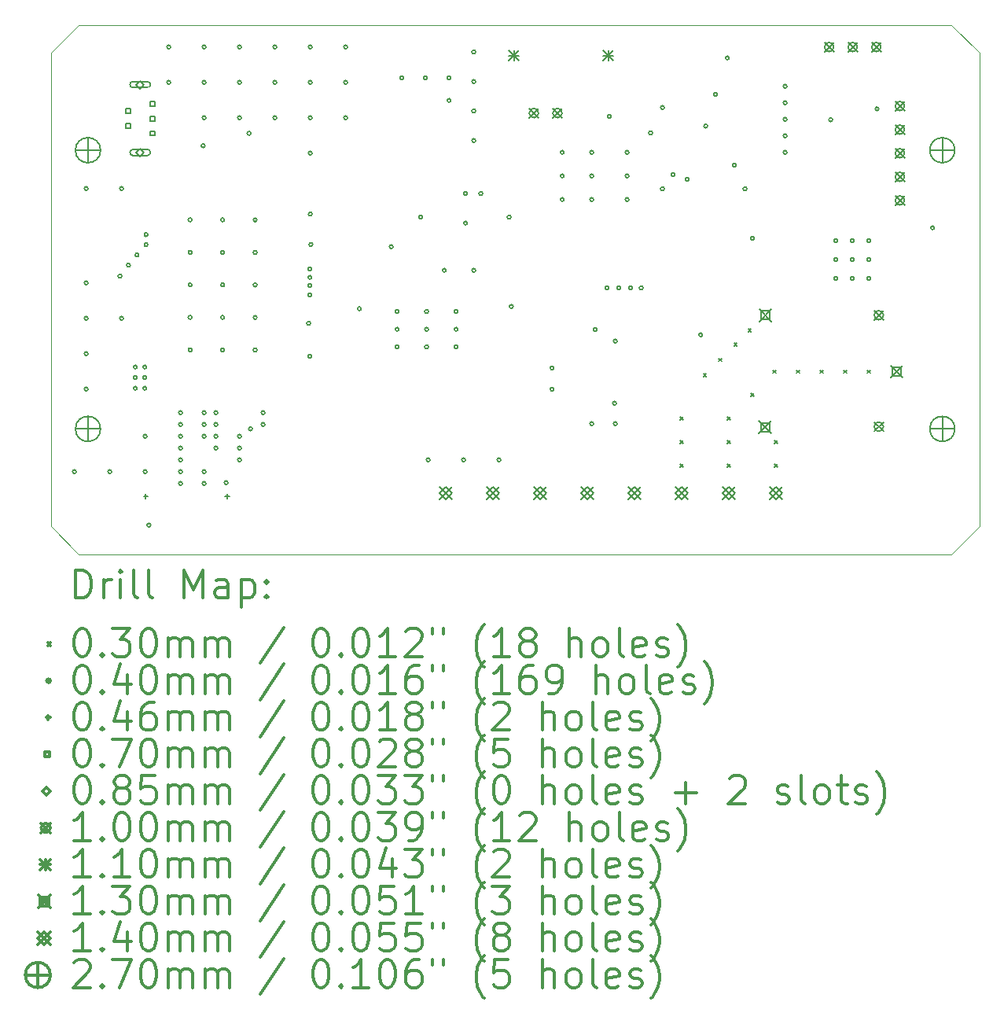
<source format=gbr>
%FSLAX45Y45*%
G04 Gerber Fmt 4.5, Leading zero omitted, Abs format (unit mm)*
G04 Created by KiCad (PCBNEW 4.0.7) date Friday, May 04, 2018 'PMt' 08:01:46 PM*
%MOMM*%
%LPD*%
G01*
G04 APERTURE LIST*
%ADD10C,0.127000*%
%ADD11C,0.100000*%
%ADD12C,0.200000*%
%ADD13C,0.300000*%
G04 APERTURE END LIST*
D10*
D11*
X9779000Y-13535000D02*
X9479000Y-13235000D01*
X19179000Y-7835000D02*
X19479000Y-8135000D01*
X19179000Y-13535000D02*
X19479000Y-13235000D01*
X9779000Y-7835000D02*
X9479000Y-8135000D01*
X19179000Y-7835000D02*
X9779000Y-7835000D01*
X9779000Y-13535000D02*
X19179000Y-13535000D01*
X9479000Y-8135000D02*
X9479000Y-13235000D01*
X19479000Y-13235000D02*
X19479000Y-8135000D01*
D12*
X16258500Y-12059500D02*
X16288500Y-12089500D01*
X16288500Y-12059500D02*
X16258500Y-12089500D01*
X16258500Y-12313500D02*
X16288500Y-12343500D01*
X16288500Y-12313500D02*
X16258500Y-12343500D01*
X16258500Y-12567500D02*
X16288500Y-12597500D01*
X16288500Y-12567500D02*
X16258500Y-12597500D01*
X16507700Y-11592800D02*
X16537700Y-11622800D01*
X16537700Y-11592800D02*
X16507700Y-11622800D01*
X16672800Y-11427700D02*
X16702800Y-11457700D01*
X16702800Y-11427700D02*
X16672800Y-11457700D01*
X16766500Y-12059500D02*
X16796500Y-12089500D01*
X16796500Y-12059500D02*
X16766500Y-12089500D01*
X16766500Y-12313500D02*
X16796500Y-12343500D01*
X16796500Y-12313500D02*
X16766500Y-12343500D01*
X16766500Y-12567500D02*
X16796500Y-12597500D01*
X16796500Y-12567500D02*
X16766500Y-12597500D01*
X16837900Y-11262600D02*
X16867900Y-11292600D01*
X16867900Y-11262600D02*
X16837900Y-11292600D01*
X16990300Y-11110200D02*
X17020300Y-11140200D01*
X17020300Y-11110200D02*
X16990300Y-11140200D01*
X17020500Y-11805500D02*
X17050500Y-11835500D01*
X17050500Y-11805500D02*
X17020500Y-11835500D01*
X17257000Y-11554700D02*
X17287000Y-11584700D01*
X17287000Y-11554700D02*
X17257000Y-11584700D01*
X17274500Y-12313500D02*
X17304500Y-12343500D01*
X17304500Y-12313500D02*
X17274500Y-12343500D01*
X17274500Y-12567500D02*
X17304500Y-12597500D01*
X17304500Y-12567500D02*
X17274500Y-12597500D01*
X17511000Y-11554700D02*
X17541000Y-11584700D01*
X17541000Y-11554700D02*
X17511000Y-11584700D01*
X17765000Y-11554700D02*
X17795000Y-11584700D01*
X17795000Y-11554700D02*
X17765000Y-11584700D01*
X18019000Y-11554700D02*
X18049000Y-11584700D01*
X18049000Y-11554700D02*
X18019000Y-11584700D01*
X18273000Y-11554700D02*
X18303000Y-11584700D01*
X18303000Y-11554700D02*
X18273000Y-11584700D01*
X9753000Y-12646000D02*
G75*
G03X9753000Y-12646000I-20000J0D01*
G01*
X9880000Y-9598000D02*
G75*
G03X9880000Y-9598000I-20000J0D01*
G01*
X9880000Y-10614000D02*
G75*
G03X9880000Y-10614000I-20000J0D01*
G01*
X9880000Y-10995000D02*
G75*
G03X9880000Y-10995000I-20000J0D01*
G01*
X9880000Y-11376000D02*
G75*
G03X9880000Y-11376000I-20000J0D01*
G01*
X9880000Y-11757000D02*
G75*
G03X9880000Y-11757000I-20000J0D01*
G01*
X10134000Y-12646000D02*
G75*
G03X10134000Y-12646000I-20000J0D01*
G01*
X10243500Y-10541000D02*
G75*
G03X10243500Y-10541000I-20000J0D01*
G01*
X10261000Y-9598000D02*
G75*
G03X10261000Y-9598000I-20000J0D01*
G01*
X10261000Y-10995000D02*
G75*
G03X10261000Y-10995000I-20000J0D01*
G01*
X10334718Y-10422095D02*
G75*
G03X10334718Y-10422095I-20000J0D01*
G01*
X10408600Y-11518900D02*
G75*
G03X10408600Y-11518900I-20000J0D01*
G01*
X10408600Y-11633200D02*
G75*
G03X10408600Y-11633200I-20000J0D01*
G01*
X10408600Y-11747500D02*
G75*
G03X10408600Y-11747500I-20000J0D01*
G01*
X10426572Y-10311988D02*
G75*
G03X10426572Y-10311988I-20000J0D01*
G01*
X10510200Y-11518900D02*
G75*
G03X10510200Y-11518900I-20000J0D01*
G01*
X10510200Y-11633200D02*
G75*
G03X10510200Y-11633200I-20000J0D01*
G01*
X10510200Y-11747500D02*
G75*
G03X10510200Y-11747500I-20000J0D01*
G01*
X10515000Y-12265000D02*
G75*
G03X10515000Y-12265000I-20000J0D01*
G01*
X10515000Y-12646000D02*
G75*
G03X10515000Y-12646000I-20000J0D01*
G01*
X10523955Y-10201595D02*
G75*
G03X10523955Y-10201595I-20000J0D01*
G01*
X10524549Y-10093157D02*
G75*
G03X10524549Y-10093157I-20000J0D01*
G01*
X10554650Y-13220700D02*
G75*
G03X10554650Y-13220700I-20000J0D01*
G01*
X10769000Y-8074000D02*
G75*
G03X10769000Y-8074000I-20000J0D01*
G01*
X10769000Y-8455000D02*
G75*
G03X10769000Y-8455000I-20000J0D01*
G01*
X10896000Y-12011000D02*
G75*
G03X10896000Y-12011000I-20000J0D01*
G01*
X10896000Y-12138000D02*
G75*
G03X10896000Y-12138000I-20000J0D01*
G01*
X10896000Y-12265000D02*
G75*
G03X10896000Y-12265000I-20000J0D01*
G01*
X10896000Y-12392000D02*
G75*
G03X10896000Y-12392000I-20000J0D01*
G01*
X10896000Y-12519000D02*
G75*
G03X10896000Y-12519000I-20000J0D01*
G01*
X10896000Y-12646000D02*
G75*
G03X10896000Y-12646000I-20000J0D01*
G01*
X10896000Y-12773000D02*
G75*
G03X10896000Y-12773000I-20000J0D01*
G01*
X10999000Y-9935000D02*
G75*
G03X10999000Y-9935000I-20000J0D01*
G01*
X10999000Y-10285000D02*
G75*
G03X10999000Y-10285000I-20000J0D01*
G01*
X10999000Y-10635000D02*
G75*
G03X10999000Y-10635000I-20000J0D01*
G01*
X10999000Y-10985000D02*
G75*
G03X10999000Y-10985000I-20000J0D01*
G01*
X10999000Y-11335000D02*
G75*
G03X10999000Y-11335000I-20000J0D01*
G01*
X11138850Y-9137650D02*
G75*
G03X11138850Y-9137650I-20000J0D01*
G01*
X11150000Y-8074000D02*
G75*
G03X11150000Y-8074000I-20000J0D01*
G01*
X11150000Y-8455000D02*
G75*
G03X11150000Y-8455000I-20000J0D01*
G01*
X11150000Y-8836000D02*
G75*
G03X11150000Y-8836000I-20000J0D01*
G01*
X11150000Y-12011000D02*
G75*
G03X11150000Y-12011000I-20000J0D01*
G01*
X11150000Y-12138000D02*
G75*
G03X11150000Y-12138000I-20000J0D01*
G01*
X11150000Y-12265000D02*
G75*
G03X11150000Y-12265000I-20000J0D01*
G01*
X11150000Y-12646000D02*
G75*
G03X11150000Y-12646000I-20000J0D01*
G01*
X11150000Y-12773000D02*
G75*
G03X11150000Y-12773000I-20000J0D01*
G01*
X11277000Y-12011000D02*
G75*
G03X11277000Y-12011000I-20000J0D01*
G01*
X11277000Y-12138000D02*
G75*
G03X11277000Y-12138000I-20000J0D01*
G01*
X11277000Y-12265000D02*
G75*
G03X11277000Y-12265000I-20000J0D01*
G01*
X11277000Y-12392000D02*
G75*
G03X11277000Y-12392000I-20000J0D01*
G01*
X11349000Y-9935000D02*
G75*
G03X11349000Y-9935000I-20000J0D01*
G01*
X11349000Y-10285000D02*
G75*
G03X11349000Y-10285000I-20000J0D01*
G01*
X11349000Y-10635000D02*
G75*
G03X11349000Y-10635000I-20000J0D01*
G01*
X11349000Y-10985000D02*
G75*
G03X11349000Y-10985000I-20000J0D01*
G01*
X11349000Y-11335000D02*
G75*
G03X11349000Y-11335000I-20000J0D01*
G01*
X11386500Y-12763500D02*
G75*
G03X11386500Y-12763500I-20000J0D01*
G01*
X11531000Y-8074000D02*
G75*
G03X11531000Y-8074000I-20000J0D01*
G01*
X11531000Y-8455000D02*
G75*
G03X11531000Y-8455000I-20000J0D01*
G01*
X11531000Y-8836000D02*
G75*
G03X11531000Y-8836000I-20000J0D01*
G01*
X11531000Y-12265000D02*
G75*
G03X11531000Y-12265000I-20000J0D01*
G01*
X11531000Y-12392000D02*
G75*
G03X11531000Y-12392000I-20000J0D01*
G01*
X11531000Y-12519000D02*
G75*
G03X11531000Y-12519000I-20000J0D01*
G01*
X11633946Y-9003389D02*
G75*
G03X11633946Y-9003389I-20000J0D01*
G01*
X11649000Y-12185000D02*
G75*
G03X11649000Y-12185000I-20000J0D01*
G01*
X11699000Y-9935000D02*
G75*
G03X11699000Y-9935000I-20000J0D01*
G01*
X11699000Y-10285000D02*
G75*
G03X11699000Y-10285000I-20000J0D01*
G01*
X11699000Y-10635000D02*
G75*
G03X11699000Y-10635000I-20000J0D01*
G01*
X11699000Y-10985000D02*
G75*
G03X11699000Y-10985000I-20000J0D01*
G01*
X11699000Y-11335000D02*
G75*
G03X11699000Y-11335000I-20000J0D01*
G01*
X11785000Y-12011000D02*
G75*
G03X11785000Y-12011000I-20000J0D01*
G01*
X11785000Y-12138000D02*
G75*
G03X11785000Y-12138000I-20000J0D01*
G01*
X11912000Y-8074000D02*
G75*
G03X11912000Y-8074000I-20000J0D01*
G01*
X11912000Y-8455000D02*
G75*
G03X11912000Y-8455000I-20000J0D01*
G01*
X11912000Y-8836000D02*
G75*
G03X11912000Y-8836000I-20000J0D01*
G01*
X12275500Y-11049000D02*
G75*
G03X12275500Y-11049000I-20000J0D01*
G01*
X12288200Y-10464800D02*
G75*
G03X12288200Y-10464800I-20000J0D01*
G01*
X12288200Y-10553700D02*
G75*
G03X12288200Y-10553700I-20000J0D01*
G01*
X12288200Y-10642600D02*
G75*
G03X12288200Y-10642600I-20000J0D01*
G01*
X12288200Y-10744200D02*
G75*
G03X12288200Y-10744200I-20000J0D01*
G01*
X12288200Y-11404600D02*
G75*
G03X12288200Y-11404600I-20000J0D01*
G01*
X12292857Y-9871771D02*
G75*
G03X12292857Y-9871771I-20000J0D01*
G01*
X12293000Y-8074000D02*
G75*
G03X12293000Y-8074000I-20000J0D01*
G01*
X12293000Y-8455000D02*
G75*
G03X12293000Y-8455000I-20000J0D01*
G01*
X12293000Y-8836000D02*
G75*
G03X12293000Y-8836000I-20000J0D01*
G01*
X12293000Y-9217000D02*
G75*
G03X12293000Y-9217000I-20000J0D01*
G01*
X12298560Y-10200219D02*
G75*
G03X12298560Y-10200219I-20000J0D01*
G01*
X12674000Y-8074000D02*
G75*
G03X12674000Y-8074000I-20000J0D01*
G01*
X12674000Y-8455000D02*
G75*
G03X12674000Y-8455000I-20000J0D01*
G01*
X12674000Y-8836000D02*
G75*
G03X12674000Y-8836000I-20000J0D01*
G01*
X12821600Y-10890250D02*
G75*
G03X12821600Y-10890250I-20000J0D01*
G01*
X13164500Y-10223500D02*
G75*
G03X13164500Y-10223500I-20000J0D01*
G01*
X13228000Y-10922000D02*
G75*
G03X13228000Y-10922000I-20000J0D01*
G01*
X13228000Y-11112500D02*
G75*
G03X13228000Y-11112500I-20000J0D01*
G01*
X13228000Y-11303000D02*
G75*
G03X13228000Y-11303000I-20000J0D01*
G01*
X13278800Y-8407400D02*
G75*
G03X13278800Y-8407400I-20000J0D01*
G01*
X13482000Y-9906000D02*
G75*
G03X13482000Y-9906000I-20000J0D01*
G01*
X13532800Y-8407400D02*
G75*
G03X13532800Y-8407400I-20000J0D01*
G01*
X13545500Y-10922000D02*
G75*
G03X13545500Y-10922000I-20000J0D01*
G01*
X13545500Y-11112500D02*
G75*
G03X13545500Y-11112500I-20000J0D01*
G01*
X13545500Y-11303000D02*
G75*
G03X13545500Y-11303000I-20000J0D01*
G01*
X13563000Y-12519000D02*
G75*
G03X13563000Y-12519000I-20000J0D01*
G01*
X13736000Y-10477500D02*
G75*
G03X13736000Y-10477500I-20000J0D01*
G01*
X13786800Y-8407400D02*
G75*
G03X13786800Y-8407400I-20000J0D01*
G01*
X13786800Y-8648700D02*
G75*
G03X13786800Y-8648700I-20000J0D01*
G01*
X13863000Y-10922000D02*
G75*
G03X13863000Y-10922000I-20000J0D01*
G01*
X13863000Y-11112500D02*
G75*
G03X13863000Y-11112500I-20000J0D01*
G01*
X13863000Y-11303000D02*
G75*
G03X13863000Y-11303000I-20000J0D01*
G01*
X13944000Y-12519000D02*
G75*
G03X13944000Y-12519000I-20000J0D01*
G01*
X13964600Y-9652000D02*
G75*
G03X13964600Y-9652000I-20000J0D01*
G01*
X13964600Y-9969500D02*
G75*
G03X13964600Y-9969500I-20000J0D01*
G01*
X14053500Y-8128000D02*
G75*
G03X14053500Y-8128000I-20000J0D01*
G01*
X14053500Y-8445500D02*
G75*
G03X14053500Y-8445500I-20000J0D01*
G01*
X14053500Y-8763000D02*
G75*
G03X14053500Y-8763000I-20000J0D01*
G01*
X14053500Y-9080500D02*
G75*
G03X14053500Y-9080500I-20000J0D01*
G01*
X14053500Y-10477500D02*
G75*
G03X14053500Y-10477500I-20000J0D01*
G01*
X14129700Y-9652000D02*
G75*
G03X14129700Y-9652000I-20000J0D01*
G01*
X14325000Y-12519000D02*
G75*
G03X14325000Y-12519000I-20000J0D01*
G01*
X14434500Y-9906000D02*
G75*
G03X14434500Y-9906000I-20000J0D01*
G01*
X14457906Y-10866217D02*
G75*
G03X14457906Y-10866217I-20000J0D01*
G01*
X14896500Y-11528400D02*
G75*
G03X14896500Y-11528400I-20000J0D01*
G01*
X14896500Y-11757000D02*
G75*
G03X14896500Y-11757000I-20000J0D01*
G01*
X15006000Y-9207500D02*
G75*
G03X15006000Y-9207500I-20000J0D01*
G01*
X15006000Y-9461500D02*
G75*
G03X15006000Y-9461500I-20000J0D01*
G01*
X15006000Y-9715500D02*
G75*
G03X15006000Y-9715500I-20000J0D01*
G01*
X15323500Y-9207500D02*
G75*
G03X15323500Y-9207500I-20000J0D01*
G01*
X15323500Y-9461500D02*
G75*
G03X15323500Y-9461500I-20000J0D01*
G01*
X15323500Y-9715500D02*
G75*
G03X15323500Y-9715500I-20000J0D01*
G01*
X15323500Y-12128500D02*
G75*
G03X15323500Y-12128500I-20000J0D01*
G01*
X15361536Y-11114910D02*
G75*
G03X15361536Y-11114910I-20000J0D01*
G01*
X15488600Y-10668000D02*
G75*
G03X15488600Y-10668000I-20000J0D01*
G01*
X15514000Y-8819800D02*
G75*
G03X15514000Y-8819800I-20000J0D01*
G01*
X15569600Y-11909400D02*
G75*
G03X15569600Y-11909400I-20000J0D01*
G01*
X15577500Y-11239500D02*
G75*
G03X15577500Y-11239500I-20000J0D01*
G01*
X15577500Y-12128500D02*
G75*
G03X15577500Y-12128500I-20000J0D01*
G01*
X15615600Y-10668000D02*
G75*
G03X15615600Y-10668000I-20000J0D01*
G01*
X15704500Y-9207500D02*
G75*
G03X15704500Y-9207500I-20000J0D01*
G01*
X15704500Y-9461500D02*
G75*
G03X15704500Y-9461500I-20000J0D01*
G01*
X15704500Y-9715500D02*
G75*
G03X15704500Y-9715500I-20000J0D01*
G01*
X15742600Y-10668000D02*
G75*
G03X15742600Y-10668000I-20000J0D01*
G01*
X15856900Y-10668000D02*
G75*
G03X15856900Y-10668000I-20000J0D01*
G01*
X15958414Y-8998117D02*
G75*
G03X15958414Y-8998117I-20000J0D01*
G01*
X16085500Y-8724900D02*
G75*
G03X16085500Y-8724900I-20000J0D01*
G01*
X16085500Y-9601200D02*
G75*
G03X16085500Y-9601200I-20000J0D01*
G01*
X16200017Y-9448857D02*
G75*
G03X16200017Y-9448857I-20000J0D01*
G01*
X16352218Y-9499591D02*
G75*
G03X16352218Y-9499591I-20000J0D01*
G01*
X16496593Y-11172005D02*
G75*
G03X16496593Y-11172005I-20000J0D01*
G01*
X16551800Y-8924500D02*
G75*
G03X16551800Y-8924500I-20000J0D01*
G01*
X16657000Y-8585200D02*
G75*
G03X16657000Y-8585200I-20000J0D01*
G01*
X16784000Y-8191500D02*
G75*
G03X16784000Y-8191500I-20000J0D01*
G01*
X16860200Y-9347200D02*
G75*
G03X16860200Y-9347200I-20000J0D01*
G01*
X16974500Y-9601200D02*
G75*
G03X16974500Y-9601200I-20000J0D01*
G01*
X17054058Y-10135196D02*
G75*
G03X17054058Y-10135196I-20000J0D01*
G01*
X17406300Y-8496300D02*
G75*
G03X17406300Y-8496300I-20000J0D01*
G01*
X17406300Y-8674100D02*
G75*
G03X17406300Y-8674100I-20000J0D01*
G01*
X17406300Y-8851900D02*
G75*
G03X17406300Y-8851900I-20000J0D01*
G01*
X17406300Y-9029700D02*
G75*
G03X17406300Y-9029700I-20000J0D01*
G01*
X17406300Y-9207500D02*
G75*
G03X17406300Y-9207500I-20000J0D01*
G01*
X17897329Y-8856559D02*
G75*
G03X17897329Y-8856559I-20000J0D01*
G01*
X17952400Y-10160000D02*
G75*
G03X17952400Y-10160000I-20000J0D01*
G01*
X17952400Y-10363200D02*
G75*
G03X17952400Y-10363200I-20000J0D01*
G01*
X17952400Y-10566400D02*
G75*
G03X17952400Y-10566400I-20000J0D01*
G01*
X18130200Y-10160000D02*
G75*
G03X18130200Y-10160000I-20000J0D01*
G01*
X18130200Y-10363200D02*
G75*
G03X18130200Y-10363200I-20000J0D01*
G01*
X18130200Y-10566400D02*
G75*
G03X18130200Y-10566400I-20000J0D01*
G01*
X18308000Y-10160000D02*
G75*
G03X18308000Y-10160000I-20000J0D01*
G01*
X18308000Y-10363200D02*
G75*
G03X18308000Y-10363200I-20000J0D01*
G01*
X18308000Y-10566400D02*
G75*
G03X18308000Y-10566400I-20000J0D01*
G01*
X18396144Y-8740528D02*
G75*
G03X18396144Y-8740528I-20000J0D01*
G01*
X18993800Y-10020300D02*
G75*
G03X18993800Y-10020300I-20000J0D01*
G01*
X10501500Y-12888600D02*
X10501500Y-12934600D01*
X10478500Y-12911600D02*
X10524500Y-12911600D01*
X11377500Y-12888600D02*
X11377500Y-12934600D01*
X11354500Y-12911600D02*
X11400500Y-12911600D01*
X10335949Y-8788349D02*
X10335949Y-8738851D01*
X10286451Y-8738851D01*
X10286451Y-8788349D01*
X10335949Y-8788349D01*
X10335949Y-8948349D02*
X10335949Y-8898851D01*
X10286451Y-8898851D01*
X10286451Y-8948349D01*
X10335949Y-8948349D01*
X10595949Y-8708349D02*
X10595949Y-8658851D01*
X10546451Y-8658851D01*
X10546451Y-8708349D01*
X10595949Y-8708349D01*
X10595949Y-8868349D02*
X10595949Y-8818851D01*
X10546451Y-8818851D01*
X10546451Y-8868349D01*
X10595949Y-8868349D01*
X10595949Y-9028349D02*
X10595949Y-8978851D01*
X10546451Y-8978851D01*
X10546451Y-9028349D01*
X10595949Y-9028349D01*
X10441200Y-8521100D02*
X10483700Y-8478600D01*
X10441200Y-8436100D01*
X10398700Y-8478600D01*
X10441200Y-8521100D01*
X10363700Y-8511100D02*
X10518700Y-8511100D01*
X10363700Y-8446100D02*
X10518700Y-8446100D01*
X10518700Y-8511100D02*
G75*
G03X10518700Y-8446100I0J32500D01*
G01*
X10363700Y-8446100D02*
G75*
G03X10363700Y-8511100I0J-32500D01*
G01*
X10441200Y-9251100D02*
X10483700Y-9208600D01*
X10441200Y-9166100D01*
X10398700Y-9208600D01*
X10441200Y-9251100D01*
X10363700Y-9241100D02*
X10518700Y-9241100D01*
X10363700Y-9176100D02*
X10518700Y-9176100D01*
X10518700Y-9241100D02*
G75*
G03X10518700Y-9176100I0J32500D01*
G01*
X10363700Y-9176100D02*
G75*
G03X10363700Y-9241100I0J-32500D01*
G01*
X14631200Y-8735200D02*
X14731200Y-8835200D01*
X14731200Y-8735200D02*
X14631200Y-8835200D01*
X14731200Y-8785200D02*
G75*
G03X14731200Y-8785200I-50000J0D01*
G01*
X14885200Y-8735200D02*
X14985200Y-8835200D01*
X14985200Y-8735200D02*
X14885200Y-8835200D01*
X14985200Y-8785200D02*
G75*
G03X14985200Y-8785200I-50000J0D01*
G01*
X17811000Y-8024000D02*
X17911000Y-8124000D01*
X17911000Y-8024000D02*
X17811000Y-8124000D01*
X17911000Y-8074000D02*
G75*
G03X17911000Y-8074000I-50000J0D01*
G01*
X18065000Y-8024000D02*
X18165000Y-8124000D01*
X18165000Y-8024000D02*
X18065000Y-8124000D01*
X18165000Y-8074000D02*
G75*
G03X18165000Y-8074000I-50000J0D01*
G01*
X18319000Y-8024000D02*
X18419000Y-8124000D01*
X18419000Y-8024000D02*
X18319000Y-8124000D01*
X18419000Y-8074000D02*
G75*
G03X18419000Y-8074000I-50000J0D01*
G01*
X18345400Y-10911600D02*
X18445400Y-11011600D01*
X18445400Y-10911600D02*
X18345400Y-11011600D01*
X18445400Y-10961600D02*
G75*
G03X18445400Y-10961600I-50000J0D01*
G01*
X18345400Y-12111600D02*
X18445400Y-12211600D01*
X18445400Y-12111600D02*
X18345400Y-12211600D01*
X18445400Y-12161600D02*
G75*
G03X18445400Y-12161600I-50000J0D01*
G01*
X18573000Y-8659000D02*
X18673000Y-8759000D01*
X18673000Y-8659000D02*
X18573000Y-8759000D01*
X18673000Y-8709000D02*
G75*
G03X18673000Y-8709000I-50000J0D01*
G01*
X18573000Y-8913000D02*
X18673000Y-9013000D01*
X18673000Y-8913000D02*
X18573000Y-9013000D01*
X18673000Y-8963000D02*
G75*
G03X18673000Y-8963000I-50000J0D01*
G01*
X18573000Y-9167000D02*
X18673000Y-9267000D01*
X18673000Y-9167000D02*
X18573000Y-9267000D01*
X18673000Y-9217000D02*
G75*
G03X18673000Y-9217000I-50000J0D01*
G01*
X18573000Y-9421000D02*
X18673000Y-9521000D01*
X18673000Y-9421000D02*
X18573000Y-9521000D01*
X18673000Y-9471000D02*
G75*
G03X18673000Y-9471000I-50000J0D01*
G01*
X18573000Y-9675000D02*
X18673000Y-9775000D01*
X18673000Y-9675000D02*
X18573000Y-9775000D01*
X18673000Y-9725000D02*
G75*
G03X18673000Y-9725000I-50000J0D01*
G01*
X14410300Y-8111100D02*
X14520300Y-8221100D01*
X14520300Y-8111100D02*
X14410300Y-8221100D01*
X14465300Y-8111100D02*
X14465300Y-8221100D01*
X14410300Y-8166100D02*
X14520300Y-8166100D01*
X15426300Y-8111100D02*
X15536300Y-8221100D01*
X15536300Y-8111100D02*
X15426300Y-8221100D01*
X15481300Y-8111100D02*
X15481300Y-8221100D01*
X15426300Y-8166100D02*
X15536300Y-8166100D01*
X17105400Y-12101600D02*
X17235400Y-12231600D01*
X17235400Y-12101600D02*
X17105400Y-12231600D01*
X17216362Y-12212562D02*
X17216362Y-12120638D01*
X17124438Y-12120638D01*
X17124438Y-12212562D01*
X17216362Y-12212562D01*
X17110400Y-10896600D02*
X17240400Y-11026600D01*
X17240400Y-10896600D02*
X17110400Y-11026600D01*
X17221362Y-11007562D02*
X17221362Y-10915638D01*
X17129438Y-10915638D01*
X17129438Y-11007562D01*
X17221362Y-11007562D01*
X18525400Y-11501600D02*
X18655400Y-11631600D01*
X18655400Y-11501600D02*
X18525400Y-11631600D01*
X18636362Y-11612562D02*
X18636362Y-11520638D01*
X18544438Y-11520638D01*
X18544438Y-11612562D01*
X18636362Y-11612562D01*
X13663500Y-12804600D02*
X13803500Y-12944600D01*
X13803500Y-12804600D02*
X13663500Y-12944600D01*
X13733500Y-12944600D02*
X13803500Y-12874600D01*
X13733500Y-12804600D01*
X13663500Y-12874600D01*
X13733500Y-12944600D01*
X14171500Y-12804600D02*
X14311500Y-12944600D01*
X14311500Y-12804600D02*
X14171500Y-12944600D01*
X14241500Y-12944600D02*
X14311500Y-12874600D01*
X14241500Y-12804600D01*
X14171500Y-12874600D01*
X14241500Y-12944600D01*
X14679500Y-12804600D02*
X14819500Y-12944600D01*
X14819500Y-12804600D02*
X14679500Y-12944600D01*
X14749500Y-12944600D02*
X14819500Y-12874600D01*
X14749500Y-12804600D01*
X14679500Y-12874600D01*
X14749500Y-12944600D01*
X15187500Y-12804600D02*
X15327500Y-12944600D01*
X15327500Y-12804600D02*
X15187500Y-12944600D01*
X15257500Y-12944600D02*
X15327500Y-12874600D01*
X15257500Y-12804600D01*
X15187500Y-12874600D01*
X15257500Y-12944600D01*
X15695500Y-12804600D02*
X15835500Y-12944600D01*
X15835500Y-12804600D02*
X15695500Y-12944600D01*
X15765500Y-12944600D02*
X15835500Y-12874600D01*
X15765500Y-12804600D01*
X15695500Y-12874600D01*
X15765500Y-12944600D01*
X16203500Y-12804600D02*
X16343500Y-12944600D01*
X16343500Y-12804600D02*
X16203500Y-12944600D01*
X16273500Y-12944600D02*
X16343500Y-12874600D01*
X16273500Y-12804600D01*
X16203500Y-12874600D01*
X16273500Y-12944600D01*
X16711500Y-12804600D02*
X16851500Y-12944600D01*
X16851500Y-12804600D02*
X16711500Y-12944600D01*
X16781500Y-12944600D02*
X16851500Y-12874600D01*
X16781500Y-12804600D01*
X16711500Y-12874600D01*
X16781500Y-12944600D01*
X17219500Y-12804600D02*
X17359500Y-12944600D01*
X17359500Y-12804600D02*
X17219500Y-12944600D01*
X17289500Y-12944600D02*
X17359500Y-12874600D01*
X17289500Y-12804600D01*
X17219500Y-12874600D01*
X17289500Y-12944600D01*
X9879000Y-9050000D02*
X9879000Y-9320000D01*
X9744000Y-9185000D02*
X10014000Y-9185000D01*
X10014000Y-9185000D02*
G75*
G03X10014000Y-9185000I-135000J0D01*
G01*
X9879000Y-12050000D02*
X9879000Y-12320000D01*
X9744000Y-12185000D02*
X10014000Y-12185000D01*
X10014000Y-12185000D02*
G75*
G03X10014000Y-12185000I-135000J0D01*
G01*
X19079000Y-9050000D02*
X19079000Y-9320000D01*
X18944000Y-9185000D02*
X19214000Y-9185000D01*
X19214000Y-9185000D02*
G75*
G03X19214000Y-9185000I-135000J0D01*
G01*
X19079000Y-9050000D02*
X19079000Y-9320000D01*
X18944000Y-9185000D02*
X19214000Y-9185000D01*
X19214000Y-9185000D02*
G75*
G03X19214000Y-9185000I-135000J0D01*
G01*
X19079000Y-12050000D02*
X19079000Y-12320000D01*
X18944000Y-12185000D02*
X19214000Y-12185000D01*
X19214000Y-12185000D02*
G75*
G03X19214000Y-12185000I-135000J0D01*
G01*
D13*
X9745429Y-14005714D02*
X9745429Y-13705714D01*
X9816857Y-13705714D01*
X9859714Y-13720000D01*
X9888286Y-13748571D01*
X9902571Y-13777143D01*
X9916857Y-13834286D01*
X9916857Y-13877143D01*
X9902571Y-13934286D01*
X9888286Y-13962857D01*
X9859714Y-13991429D01*
X9816857Y-14005714D01*
X9745429Y-14005714D01*
X10045429Y-14005714D02*
X10045429Y-13805714D01*
X10045429Y-13862857D02*
X10059714Y-13834286D01*
X10074000Y-13820000D01*
X10102571Y-13805714D01*
X10131143Y-13805714D01*
X10231143Y-14005714D02*
X10231143Y-13805714D01*
X10231143Y-13705714D02*
X10216857Y-13720000D01*
X10231143Y-13734286D01*
X10245429Y-13720000D01*
X10231143Y-13705714D01*
X10231143Y-13734286D01*
X10416857Y-14005714D02*
X10388286Y-13991429D01*
X10374000Y-13962857D01*
X10374000Y-13705714D01*
X10574000Y-14005714D02*
X10545429Y-13991429D01*
X10531143Y-13962857D01*
X10531143Y-13705714D01*
X10916857Y-14005714D02*
X10916857Y-13705714D01*
X11016857Y-13920000D01*
X11116857Y-13705714D01*
X11116857Y-14005714D01*
X11388286Y-14005714D02*
X11388286Y-13848571D01*
X11374000Y-13820000D01*
X11345428Y-13805714D01*
X11288286Y-13805714D01*
X11259714Y-13820000D01*
X11388286Y-13991429D02*
X11359714Y-14005714D01*
X11288286Y-14005714D01*
X11259714Y-13991429D01*
X11245428Y-13962857D01*
X11245428Y-13934286D01*
X11259714Y-13905714D01*
X11288286Y-13891429D01*
X11359714Y-13891429D01*
X11388286Y-13877143D01*
X11531143Y-13805714D02*
X11531143Y-14105714D01*
X11531143Y-13820000D02*
X11559714Y-13805714D01*
X11616857Y-13805714D01*
X11645428Y-13820000D01*
X11659714Y-13834286D01*
X11674000Y-13862857D01*
X11674000Y-13948571D01*
X11659714Y-13977143D01*
X11645428Y-13991429D01*
X11616857Y-14005714D01*
X11559714Y-14005714D01*
X11531143Y-13991429D01*
X11802571Y-13977143D02*
X11816857Y-13991429D01*
X11802571Y-14005714D01*
X11788286Y-13991429D01*
X11802571Y-13977143D01*
X11802571Y-14005714D01*
X11802571Y-13820000D02*
X11816857Y-13834286D01*
X11802571Y-13848571D01*
X11788286Y-13834286D01*
X11802571Y-13820000D01*
X11802571Y-13848571D01*
X9444000Y-14485000D02*
X9474000Y-14515000D01*
X9474000Y-14485000D02*
X9444000Y-14515000D01*
X9802571Y-14335714D02*
X9831143Y-14335714D01*
X9859714Y-14350000D01*
X9874000Y-14364286D01*
X9888286Y-14392857D01*
X9902571Y-14450000D01*
X9902571Y-14521429D01*
X9888286Y-14578571D01*
X9874000Y-14607143D01*
X9859714Y-14621429D01*
X9831143Y-14635714D01*
X9802571Y-14635714D01*
X9774000Y-14621429D01*
X9759714Y-14607143D01*
X9745429Y-14578571D01*
X9731143Y-14521429D01*
X9731143Y-14450000D01*
X9745429Y-14392857D01*
X9759714Y-14364286D01*
X9774000Y-14350000D01*
X9802571Y-14335714D01*
X10031143Y-14607143D02*
X10045429Y-14621429D01*
X10031143Y-14635714D01*
X10016857Y-14621429D01*
X10031143Y-14607143D01*
X10031143Y-14635714D01*
X10145428Y-14335714D02*
X10331143Y-14335714D01*
X10231143Y-14450000D01*
X10274000Y-14450000D01*
X10302571Y-14464286D01*
X10316857Y-14478571D01*
X10331143Y-14507143D01*
X10331143Y-14578571D01*
X10316857Y-14607143D01*
X10302571Y-14621429D01*
X10274000Y-14635714D01*
X10188286Y-14635714D01*
X10159714Y-14621429D01*
X10145428Y-14607143D01*
X10516857Y-14335714D02*
X10545429Y-14335714D01*
X10574000Y-14350000D01*
X10588286Y-14364286D01*
X10602571Y-14392857D01*
X10616857Y-14450000D01*
X10616857Y-14521429D01*
X10602571Y-14578571D01*
X10588286Y-14607143D01*
X10574000Y-14621429D01*
X10545429Y-14635714D01*
X10516857Y-14635714D01*
X10488286Y-14621429D01*
X10474000Y-14607143D01*
X10459714Y-14578571D01*
X10445429Y-14521429D01*
X10445429Y-14450000D01*
X10459714Y-14392857D01*
X10474000Y-14364286D01*
X10488286Y-14350000D01*
X10516857Y-14335714D01*
X10745429Y-14635714D02*
X10745429Y-14435714D01*
X10745429Y-14464286D02*
X10759714Y-14450000D01*
X10788286Y-14435714D01*
X10831143Y-14435714D01*
X10859714Y-14450000D01*
X10874000Y-14478571D01*
X10874000Y-14635714D01*
X10874000Y-14478571D02*
X10888286Y-14450000D01*
X10916857Y-14435714D01*
X10959714Y-14435714D01*
X10988286Y-14450000D01*
X11002571Y-14478571D01*
X11002571Y-14635714D01*
X11145429Y-14635714D02*
X11145429Y-14435714D01*
X11145429Y-14464286D02*
X11159714Y-14450000D01*
X11188286Y-14435714D01*
X11231143Y-14435714D01*
X11259714Y-14450000D01*
X11274000Y-14478571D01*
X11274000Y-14635714D01*
X11274000Y-14478571D02*
X11288286Y-14450000D01*
X11316857Y-14435714D01*
X11359714Y-14435714D01*
X11388286Y-14450000D01*
X11402571Y-14478571D01*
X11402571Y-14635714D01*
X11988286Y-14321429D02*
X11731143Y-14707143D01*
X12374000Y-14335714D02*
X12402571Y-14335714D01*
X12431143Y-14350000D01*
X12445428Y-14364286D01*
X12459714Y-14392857D01*
X12474000Y-14450000D01*
X12474000Y-14521429D01*
X12459714Y-14578571D01*
X12445428Y-14607143D01*
X12431143Y-14621429D01*
X12402571Y-14635714D01*
X12374000Y-14635714D01*
X12345428Y-14621429D01*
X12331143Y-14607143D01*
X12316857Y-14578571D01*
X12302571Y-14521429D01*
X12302571Y-14450000D01*
X12316857Y-14392857D01*
X12331143Y-14364286D01*
X12345428Y-14350000D01*
X12374000Y-14335714D01*
X12602571Y-14607143D02*
X12616857Y-14621429D01*
X12602571Y-14635714D01*
X12588286Y-14621429D01*
X12602571Y-14607143D01*
X12602571Y-14635714D01*
X12802571Y-14335714D02*
X12831143Y-14335714D01*
X12859714Y-14350000D01*
X12874000Y-14364286D01*
X12888285Y-14392857D01*
X12902571Y-14450000D01*
X12902571Y-14521429D01*
X12888285Y-14578571D01*
X12874000Y-14607143D01*
X12859714Y-14621429D01*
X12831143Y-14635714D01*
X12802571Y-14635714D01*
X12774000Y-14621429D01*
X12759714Y-14607143D01*
X12745428Y-14578571D01*
X12731143Y-14521429D01*
X12731143Y-14450000D01*
X12745428Y-14392857D01*
X12759714Y-14364286D01*
X12774000Y-14350000D01*
X12802571Y-14335714D01*
X13188285Y-14635714D02*
X13016857Y-14635714D01*
X13102571Y-14635714D02*
X13102571Y-14335714D01*
X13074000Y-14378571D01*
X13045428Y-14407143D01*
X13016857Y-14421429D01*
X13302571Y-14364286D02*
X13316857Y-14350000D01*
X13345428Y-14335714D01*
X13416857Y-14335714D01*
X13445428Y-14350000D01*
X13459714Y-14364286D01*
X13474000Y-14392857D01*
X13474000Y-14421429D01*
X13459714Y-14464286D01*
X13288285Y-14635714D01*
X13474000Y-14635714D01*
X13588286Y-14335714D02*
X13588286Y-14392857D01*
X13702571Y-14335714D02*
X13702571Y-14392857D01*
X14145428Y-14750000D02*
X14131143Y-14735714D01*
X14102571Y-14692857D01*
X14088285Y-14664286D01*
X14074000Y-14621429D01*
X14059714Y-14550000D01*
X14059714Y-14492857D01*
X14074000Y-14421429D01*
X14088285Y-14378571D01*
X14102571Y-14350000D01*
X14131143Y-14307143D01*
X14145428Y-14292857D01*
X14416857Y-14635714D02*
X14245428Y-14635714D01*
X14331143Y-14635714D02*
X14331143Y-14335714D01*
X14302571Y-14378571D01*
X14274000Y-14407143D01*
X14245428Y-14421429D01*
X14588285Y-14464286D02*
X14559714Y-14450000D01*
X14545428Y-14435714D01*
X14531143Y-14407143D01*
X14531143Y-14392857D01*
X14545428Y-14364286D01*
X14559714Y-14350000D01*
X14588285Y-14335714D01*
X14645428Y-14335714D01*
X14674000Y-14350000D01*
X14688285Y-14364286D01*
X14702571Y-14392857D01*
X14702571Y-14407143D01*
X14688285Y-14435714D01*
X14674000Y-14450000D01*
X14645428Y-14464286D01*
X14588285Y-14464286D01*
X14559714Y-14478571D01*
X14545428Y-14492857D01*
X14531143Y-14521429D01*
X14531143Y-14578571D01*
X14545428Y-14607143D01*
X14559714Y-14621429D01*
X14588285Y-14635714D01*
X14645428Y-14635714D01*
X14674000Y-14621429D01*
X14688285Y-14607143D01*
X14702571Y-14578571D01*
X14702571Y-14521429D01*
X14688285Y-14492857D01*
X14674000Y-14478571D01*
X14645428Y-14464286D01*
X15059714Y-14635714D02*
X15059714Y-14335714D01*
X15188285Y-14635714D02*
X15188285Y-14478571D01*
X15174000Y-14450000D01*
X15145428Y-14435714D01*
X15102571Y-14435714D01*
X15074000Y-14450000D01*
X15059714Y-14464286D01*
X15374000Y-14635714D02*
X15345428Y-14621429D01*
X15331143Y-14607143D01*
X15316857Y-14578571D01*
X15316857Y-14492857D01*
X15331143Y-14464286D01*
X15345428Y-14450000D01*
X15374000Y-14435714D01*
X15416857Y-14435714D01*
X15445428Y-14450000D01*
X15459714Y-14464286D01*
X15474000Y-14492857D01*
X15474000Y-14578571D01*
X15459714Y-14607143D01*
X15445428Y-14621429D01*
X15416857Y-14635714D01*
X15374000Y-14635714D01*
X15645428Y-14635714D02*
X15616857Y-14621429D01*
X15602571Y-14592857D01*
X15602571Y-14335714D01*
X15874000Y-14621429D02*
X15845428Y-14635714D01*
X15788286Y-14635714D01*
X15759714Y-14621429D01*
X15745428Y-14592857D01*
X15745428Y-14478571D01*
X15759714Y-14450000D01*
X15788286Y-14435714D01*
X15845428Y-14435714D01*
X15874000Y-14450000D01*
X15888286Y-14478571D01*
X15888286Y-14507143D01*
X15745428Y-14535714D01*
X16002571Y-14621429D02*
X16031143Y-14635714D01*
X16088286Y-14635714D01*
X16116857Y-14621429D01*
X16131143Y-14592857D01*
X16131143Y-14578571D01*
X16116857Y-14550000D01*
X16088286Y-14535714D01*
X16045428Y-14535714D01*
X16016857Y-14521429D01*
X16002571Y-14492857D01*
X16002571Y-14478571D01*
X16016857Y-14450000D01*
X16045428Y-14435714D01*
X16088286Y-14435714D01*
X16116857Y-14450000D01*
X16231143Y-14750000D02*
X16245428Y-14735714D01*
X16274000Y-14692857D01*
X16288286Y-14664286D01*
X16302571Y-14621429D01*
X16316857Y-14550000D01*
X16316857Y-14492857D01*
X16302571Y-14421429D01*
X16288286Y-14378571D01*
X16274000Y-14350000D01*
X16245428Y-14307143D01*
X16231143Y-14292857D01*
X9474000Y-14896000D02*
G75*
G03X9474000Y-14896000I-20000J0D01*
G01*
X9802571Y-14731714D02*
X9831143Y-14731714D01*
X9859714Y-14746000D01*
X9874000Y-14760286D01*
X9888286Y-14788857D01*
X9902571Y-14846000D01*
X9902571Y-14917429D01*
X9888286Y-14974571D01*
X9874000Y-15003143D01*
X9859714Y-15017429D01*
X9831143Y-15031714D01*
X9802571Y-15031714D01*
X9774000Y-15017429D01*
X9759714Y-15003143D01*
X9745429Y-14974571D01*
X9731143Y-14917429D01*
X9731143Y-14846000D01*
X9745429Y-14788857D01*
X9759714Y-14760286D01*
X9774000Y-14746000D01*
X9802571Y-14731714D01*
X10031143Y-15003143D02*
X10045429Y-15017429D01*
X10031143Y-15031714D01*
X10016857Y-15017429D01*
X10031143Y-15003143D01*
X10031143Y-15031714D01*
X10302571Y-14831714D02*
X10302571Y-15031714D01*
X10231143Y-14717429D02*
X10159714Y-14931714D01*
X10345428Y-14931714D01*
X10516857Y-14731714D02*
X10545429Y-14731714D01*
X10574000Y-14746000D01*
X10588286Y-14760286D01*
X10602571Y-14788857D01*
X10616857Y-14846000D01*
X10616857Y-14917429D01*
X10602571Y-14974571D01*
X10588286Y-15003143D01*
X10574000Y-15017429D01*
X10545429Y-15031714D01*
X10516857Y-15031714D01*
X10488286Y-15017429D01*
X10474000Y-15003143D01*
X10459714Y-14974571D01*
X10445429Y-14917429D01*
X10445429Y-14846000D01*
X10459714Y-14788857D01*
X10474000Y-14760286D01*
X10488286Y-14746000D01*
X10516857Y-14731714D01*
X10745429Y-15031714D02*
X10745429Y-14831714D01*
X10745429Y-14860286D02*
X10759714Y-14846000D01*
X10788286Y-14831714D01*
X10831143Y-14831714D01*
X10859714Y-14846000D01*
X10874000Y-14874571D01*
X10874000Y-15031714D01*
X10874000Y-14874571D02*
X10888286Y-14846000D01*
X10916857Y-14831714D01*
X10959714Y-14831714D01*
X10988286Y-14846000D01*
X11002571Y-14874571D01*
X11002571Y-15031714D01*
X11145429Y-15031714D02*
X11145429Y-14831714D01*
X11145429Y-14860286D02*
X11159714Y-14846000D01*
X11188286Y-14831714D01*
X11231143Y-14831714D01*
X11259714Y-14846000D01*
X11274000Y-14874571D01*
X11274000Y-15031714D01*
X11274000Y-14874571D02*
X11288286Y-14846000D01*
X11316857Y-14831714D01*
X11359714Y-14831714D01*
X11388286Y-14846000D01*
X11402571Y-14874571D01*
X11402571Y-15031714D01*
X11988286Y-14717429D02*
X11731143Y-15103143D01*
X12374000Y-14731714D02*
X12402571Y-14731714D01*
X12431143Y-14746000D01*
X12445428Y-14760286D01*
X12459714Y-14788857D01*
X12474000Y-14846000D01*
X12474000Y-14917429D01*
X12459714Y-14974571D01*
X12445428Y-15003143D01*
X12431143Y-15017429D01*
X12402571Y-15031714D01*
X12374000Y-15031714D01*
X12345428Y-15017429D01*
X12331143Y-15003143D01*
X12316857Y-14974571D01*
X12302571Y-14917429D01*
X12302571Y-14846000D01*
X12316857Y-14788857D01*
X12331143Y-14760286D01*
X12345428Y-14746000D01*
X12374000Y-14731714D01*
X12602571Y-15003143D02*
X12616857Y-15017429D01*
X12602571Y-15031714D01*
X12588286Y-15017429D01*
X12602571Y-15003143D01*
X12602571Y-15031714D01*
X12802571Y-14731714D02*
X12831143Y-14731714D01*
X12859714Y-14746000D01*
X12874000Y-14760286D01*
X12888285Y-14788857D01*
X12902571Y-14846000D01*
X12902571Y-14917429D01*
X12888285Y-14974571D01*
X12874000Y-15003143D01*
X12859714Y-15017429D01*
X12831143Y-15031714D01*
X12802571Y-15031714D01*
X12774000Y-15017429D01*
X12759714Y-15003143D01*
X12745428Y-14974571D01*
X12731143Y-14917429D01*
X12731143Y-14846000D01*
X12745428Y-14788857D01*
X12759714Y-14760286D01*
X12774000Y-14746000D01*
X12802571Y-14731714D01*
X13188285Y-15031714D02*
X13016857Y-15031714D01*
X13102571Y-15031714D02*
X13102571Y-14731714D01*
X13074000Y-14774571D01*
X13045428Y-14803143D01*
X13016857Y-14817429D01*
X13445428Y-14731714D02*
X13388285Y-14731714D01*
X13359714Y-14746000D01*
X13345428Y-14760286D01*
X13316857Y-14803143D01*
X13302571Y-14860286D01*
X13302571Y-14974571D01*
X13316857Y-15003143D01*
X13331143Y-15017429D01*
X13359714Y-15031714D01*
X13416857Y-15031714D01*
X13445428Y-15017429D01*
X13459714Y-15003143D01*
X13474000Y-14974571D01*
X13474000Y-14903143D01*
X13459714Y-14874571D01*
X13445428Y-14860286D01*
X13416857Y-14846000D01*
X13359714Y-14846000D01*
X13331143Y-14860286D01*
X13316857Y-14874571D01*
X13302571Y-14903143D01*
X13588286Y-14731714D02*
X13588286Y-14788857D01*
X13702571Y-14731714D02*
X13702571Y-14788857D01*
X14145428Y-15146000D02*
X14131143Y-15131714D01*
X14102571Y-15088857D01*
X14088285Y-15060286D01*
X14074000Y-15017429D01*
X14059714Y-14946000D01*
X14059714Y-14888857D01*
X14074000Y-14817429D01*
X14088285Y-14774571D01*
X14102571Y-14746000D01*
X14131143Y-14703143D01*
X14145428Y-14688857D01*
X14416857Y-15031714D02*
X14245428Y-15031714D01*
X14331143Y-15031714D02*
X14331143Y-14731714D01*
X14302571Y-14774571D01*
X14274000Y-14803143D01*
X14245428Y-14817429D01*
X14674000Y-14731714D02*
X14616857Y-14731714D01*
X14588285Y-14746000D01*
X14574000Y-14760286D01*
X14545428Y-14803143D01*
X14531143Y-14860286D01*
X14531143Y-14974571D01*
X14545428Y-15003143D01*
X14559714Y-15017429D01*
X14588285Y-15031714D01*
X14645428Y-15031714D01*
X14674000Y-15017429D01*
X14688285Y-15003143D01*
X14702571Y-14974571D01*
X14702571Y-14903143D01*
X14688285Y-14874571D01*
X14674000Y-14860286D01*
X14645428Y-14846000D01*
X14588285Y-14846000D01*
X14559714Y-14860286D01*
X14545428Y-14874571D01*
X14531143Y-14903143D01*
X14845428Y-15031714D02*
X14902571Y-15031714D01*
X14931143Y-15017429D01*
X14945428Y-15003143D01*
X14974000Y-14960286D01*
X14988285Y-14903143D01*
X14988285Y-14788857D01*
X14974000Y-14760286D01*
X14959714Y-14746000D01*
X14931143Y-14731714D01*
X14874000Y-14731714D01*
X14845428Y-14746000D01*
X14831143Y-14760286D01*
X14816857Y-14788857D01*
X14816857Y-14860286D01*
X14831143Y-14888857D01*
X14845428Y-14903143D01*
X14874000Y-14917429D01*
X14931143Y-14917429D01*
X14959714Y-14903143D01*
X14974000Y-14888857D01*
X14988285Y-14860286D01*
X15345428Y-15031714D02*
X15345428Y-14731714D01*
X15474000Y-15031714D02*
X15474000Y-14874571D01*
X15459714Y-14846000D01*
X15431143Y-14831714D01*
X15388285Y-14831714D01*
X15359714Y-14846000D01*
X15345428Y-14860286D01*
X15659714Y-15031714D02*
X15631143Y-15017429D01*
X15616857Y-15003143D01*
X15602571Y-14974571D01*
X15602571Y-14888857D01*
X15616857Y-14860286D01*
X15631143Y-14846000D01*
X15659714Y-14831714D01*
X15702571Y-14831714D01*
X15731143Y-14846000D01*
X15745428Y-14860286D01*
X15759714Y-14888857D01*
X15759714Y-14974571D01*
X15745428Y-15003143D01*
X15731143Y-15017429D01*
X15702571Y-15031714D01*
X15659714Y-15031714D01*
X15931143Y-15031714D02*
X15902571Y-15017429D01*
X15888286Y-14988857D01*
X15888286Y-14731714D01*
X16159714Y-15017429D02*
X16131143Y-15031714D01*
X16074000Y-15031714D01*
X16045428Y-15017429D01*
X16031143Y-14988857D01*
X16031143Y-14874571D01*
X16045428Y-14846000D01*
X16074000Y-14831714D01*
X16131143Y-14831714D01*
X16159714Y-14846000D01*
X16174000Y-14874571D01*
X16174000Y-14903143D01*
X16031143Y-14931714D01*
X16288286Y-15017429D02*
X16316857Y-15031714D01*
X16374000Y-15031714D01*
X16402571Y-15017429D01*
X16416857Y-14988857D01*
X16416857Y-14974571D01*
X16402571Y-14946000D01*
X16374000Y-14931714D01*
X16331143Y-14931714D01*
X16302571Y-14917429D01*
X16288286Y-14888857D01*
X16288286Y-14874571D01*
X16302571Y-14846000D01*
X16331143Y-14831714D01*
X16374000Y-14831714D01*
X16402571Y-14846000D01*
X16516857Y-15146000D02*
X16531143Y-15131714D01*
X16559714Y-15088857D01*
X16574000Y-15060286D01*
X16588286Y-15017429D01*
X16602571Y-14946000D01*
X16602571Y-14888857D01*
X16588286Y-14817429D01*
X16574000Y-14774571D01*
X16559714Y-14746000D01*
X16531143Y-14703143D01*
X16516857Y-14688857D01*
X9451000Y-15269000D02*
X9451000Y-15315000D01*
X9428000Y-15292000D02*
X9474000Y-15292000D01*
X9802571Y-15127714D02*
X9831143Y-15127714D01*
X9859714Y-15142000D01*
X9874000Y-15156286D01*
X9888286Y-15184857D01*
X9902571Y-15242000D01*
X9902571Y-15313429D01*
X9888286Y-15370571D01*
X9874000Y-15399143D01*
X9859714Y-15413429D01*
X9831143Y-15427714D01*
X9802571Y-15427714D01*
X9774000Y-15413429D01*
X9759714Y-15399143D01*
X9745429Y-15370571D01*
X9731143Y-15313429D01*
X9731143Y-15242000D01*
X9745429Y-15184857D01*
X9759714Y-15156286D01*
X9774000Y-15142000D01*
X9802571Y-15127714D01*
X10031143Y-15399143D02*
X10045429Y-15413429D01*
X10031143Y-15427714D01*
X10016857Y-15413429D01*
X10031143Y-15399143D01*
X10031143Y-15427714D01*
X10302571Y-15227714D02*
X10302571Y-15427714D01*
X10231143Y-15113429D02*
X10159714Y-15327714D01*
X10345428Y-15327714D01*
X10588286Y-15127714D02*
X10531143Y-15127714D01*
X10502571Y-15142000D01*
X10488286Y-15156286D01*
X10459714Y-15199143D01*
X10445429Y-15256286D01*
X10445429Y-15370571D01*
X10459714Y-15399143D01*
X10474000Y-15413429D01*
X10502571Y-15427714D01*
X10559714Y-15427714D01*
X10588286Y-15413429D01*
X10602571Y-15399143D01*
X10616857Y-15370571D01*
X10616857Y-15299143D01*
X10602571Y-15270571D01*
X10588286Y-15256286D01*
X10559714Y-15242000D01*
X10502571Y-15242000D01*
X10474000Y-15256286D01*
X10459714Y-15270571D01*
X10445429Y-15299143D01*
X10745429Y-15427714D02*
X10745429Y-15227714D01*
X10745429Y-15256286D02*
X10759714Y-15242000D01*
X10788286Y-15227714D01*
X10831143Y-15227714D01*
X10859714Y-15242000D01*
X10874000Y-15270571D01*
X10874000Y-15427714D01*
X10874000Y-15270571D02*
X10888286Y-15242000D01*
X10916857Y-15227714D01*
X10959714Y-15227714D01*
X10988286Y-15242000D01*
X11002571Y-15270571D01*
X11002571Y-15427714D01*
X11145429Y-15427714D02*
X11145429Y-15227714D01*
X11145429Y-15256286D02*
X11159714Y-15242000D01*
X11188286Y-15227714D01*
X11231143Y-15227714D01*
X11259714Y-15242000D01*
X11274000Y-15270571D01*
X11274000Y-15427714D01*
X11274000Y-15270571D02*
X11288286Y-15242000D01*
X11316857Y-15227714D01*
X11359714Y-15227714D01*
X11388286Y-15242000D01*
X11402571Y-15270571D01*
X11402571Y-15427714D01*
X11988286Y-15113429D02*
X11731143Y-15499143D01*
X12374000Y-15127714D02*
X12402571Y-15127714D01*
X12431143Y-15142000D01*
X12445428Y-15156286D01*
X12459714Y-15184857D01*
X12474000Y-15242000D01*
X12474000Y-15313429D01*
X12459714Y-15370571D01*
X12445428Y-15399143D01*
X12431143Y-15413429D01*
X12402571Y-15427714D01*
X12374000Y-15427714D01*
X12345428Y-15413429D01*
X12331143Y-15399143D01*
X12316857Y-15370571D01*
X12302571Y-15313429D01*
X12302571Y-15242000D01*
X12316857Y-15184857D01*
X12331143Y-15156286D01*
X12345428Y-15142000D01*
X12374000Y-15127714D01*
X12602571Y-15399143D02*
X12616857Y-15413429D01*
X12602571Y-15427714D01*
X12588286Y-15413429D01*
X12602571Y-15399143D01*
X12602571Y-15427714D01*
X12802571Y-15127714D02*
X12831143Y-15127714D01*
X12859714Y-15142000D01*
X12874000Y-15156286D01*
X12888285Y-15184857D01*
X12902571Y-15242000D01*
X12902571Y-15313429D01*
X12888285Y-15370571D01*
X12874000Y-15399143D01*
X12859714Y-15413429D01*
X12831143Y-15427714D01*
X12802571Y-15427714D01*
X12774000Y-15413429D01*
X12759714Y-15399143D01*
X12745428Y-15370571D01*
X12731143Y-15313429D01*
X12731143Y-15242000D01*
X12745428Y-15184857D01*
X12759714Y-15156286D01*
X12774000Y-15142000D01*
X12802571Y-15127714D01*
X13188285Y-15427714D02*
X13016857Y-15427714D01*
X13102571Y-15427714D02*
X13102571Y-15127714D01*
X13074000Y-15170571D01*
X13045428Y-15199143D01*
X13016857Y-15213429D01*
X13359714Y-15256286D02*
X13331143Y-15242000D01*
X13316857Y-15227714D01*
X13302571Y-15199143D01*
X13302571Y-15184857D01*
X13316857Y-15156286D01*
X13331143Y-15142000D01*
X13359714Y-15127714D01*
X13416857Y-15127714D01*
X13445428Y-15142000D01*
X13459714Y-15156286D01*
X13474000Y-15184857D01*
X13474000Y-15199143D01*
X13459714Y-15227714D01*
X13445428Y-15242000D01*
X13416857Y-15256286D01*
X13359714Y-15256286D01*
X13331143Y-15270571D01*
X13316857Y-15284857D01*
X13302571Y-15313429D01*
X13302571Y-15370571D01*
X13316857Y-15399143D01*
X13331143Y-15413429D01*
X13359714Y-15427714D01*
X13416857Y-15427714D01*
X13445428Y-15413429D01*
X13459714Y-15399143D01*
X13474000Y-15370571D01*
X13474000Y-15313429D01*
X13459714Y-15284857D01*
X13445428Y-15270571D01*
X13416857Y-15256286D01*
X13588286Y-15127714D02*
X13588286Y-15184857D01*
X13702571Y-15127714D02*
X13702571Y-15184857D01*
X14145428Y-15542000D02*
X14131143Y-15527714D01*
X14102571Y-15484857D01*
X14088285Y-15456286D01*
X14074000Y-15413429D01*
X14059714Y-15342000D01*
X14059714Y-15284857D01*
X14074000Y-15213429D01*
X14088285Y-15170571D01*
X14102571Y-15142000D01*
X14131143Y-15099143D01*
X14145428Y-15084857D01*
X14245428Y-15156286D02*
X14259714Y-15142000D01*
X14288285Y-15127714D01*
X14359714Y-15127714D01*
X14388285Y-15142000D01*
X14402571Y-15156286D01*
X14416857Y-15184857D01*
X14416857Y-15213429D01*
X14402571Y-15256286D01*
X14231143Y-15427714D01*
X14416857Y-15427714D01*
X14774000Y-15427714D02*
X14774000Y-15127714D01*
X14902571Y-15427714D02*
X14902571Y-15270571D01*
X14888285Y-15242000D01*
X14859714Y-15227714D01*
X14816857Y-15227714D01*
X14788285Y-15242000D01*
X14774000Y-15256286D01*
X15088285Y-15427714D02*
X15059714Y-15413429D01*
X15045428Y-15399143D01*
X15031143Y-15370571D01*
X15031143Y-15284857D01*
X15045428Y-15256286D01*
X15059714Y-15242000D01*
X15088285Y-15227714D01*
X15131143Y-15227714D01*
X15159714Y-15242000D01*
X15174000Y-15256286D01*
X15188285Y-15284857D01*
X15188285Y-15370571D01*
X15174000Y-15399143D01*
X15159714Y-15413429D01*
X15131143Y-15427714D01*
X15088285Y-15427714D01*
X15359714Y-15427714D02*
X15331143Y-15413429D01*
X15316857Y-15384857D01*
X15316857Y-15127714D01*
X15588286Y-15413429D02*
X15559714Y-15427714D01*
X15502571Y-15427714D01*
X15474000Y-15413429D01*
X15459714Y-15384857D01*
X15459714Y-15270571D01*
X15474000Y-15242000D01*
X15502571Y-15227714D01*
X15559714Y-15227714D01*
X15588286Y-15242000D01*
X15602571Y-15270571D01*
X15602571Y-15299143D01*
X15459714Y-15327714D01*
X15716857Y-15413429D02*
X15745428Y-15427714D01*
X15802571Y-15427714D01*
X15831143Y-15413429D01*
X15845428Y-15384857D01*
X15845428Y-15370571D01*
X15831143Y-15342000D01*
X15802571Y-15327714D01*
X15759714Y-15327714D01*
X15731143Y-15313429D01*
X15716857Y-15284857D01*
X15716857Y-15270571D01*
X15731143Y-15242000D01*
X15759714Y-15227714D01*
X15802571Y-15227714D01*
X15831143Y-15242000D01*
X15945428Y-15542000D02*
X15959714Y-15527714D01*
X15988286Y-15484857D01*
X16002571Y-15456286D01*
X16016857Y-15413429D01*
X16031143Y-15342000D01*
X16031143Y-15284857D01*
X16016857Y-15213429D01*
X16002571Y-15170571D01*
X15988286Y-15142000D01*
X15959714Y-15099143D01*
X15945428Y-15084857D01*
X9463749Y-15712749D02*
X9463749Y-15663251D01*
X9414251Y-15663251D01*
X9414251Y-15712749D01*
X9463749Y-15712749D01*
X9802571Y-15523714D02*
X9831143Y-15523714D01*
X9859714Y-15538000D01*
X9874000Y-15552286D01*
X9888286Y-15580857D01*
X9902571Y-15638000D01*
X9902571Y-15709429D01*
X9888286Y-15766571D01*
X9874000Y-15795143D01*
X9859714Y-15809429D01*
X9831143Y-15823714D01*
X9802571Y-15823714D01*
X9774000Y-15809429D01*
X9759714Y-15795143D01*
X9745429Y-15766571D01*
X9731143Y-15709429D01*
X9731143Y-15638000D01*
X9745429Y-15580857D01*
X9759714Y-15552286D01*
X9774000Y-15538000D01*
X9802571Y-15523714D01*
X10031143Y-15795143D02*
X10045429Y-15809429D01*
X10031143Y-15823714D01*
X10016857Y-15809429D01*
X10031143Y-15795143D01*
X10031143Y-15823714D01*
X10145428Y-15523714D02*
X10345428Y-15523714D01*
X10216857Y-15823714D01*
X10516857Y-15523714D02*
X10545429Y-15523714D01*
X10574000Y-15538000D01*
X10588286Y-15552286D01*
X10602571Y-15580857D01*
X10616857Y-15638000D01*
X10616857Y-15709429D01*
X10602571Y-15766571D01*
X10588286Y-15795143D01*
X10574000Y-15809429D01*
X10545429Y-15823714D01*
X10516857Y-15823714D01*
X10488286Y-15809429D01*
X10474000Y-15795143D01*
X10459714Y-15766571D01*
X10445429Y-15709429D01*
X10445429Y-15638000D01*
X10459714Y-15580857D01*
X10474000Y-15552286D01*
X10488286Y-15538000D01*
X10516857Y-15523714D01*
X10745429Y-15823714D02*
X10745429Y-15623714D01*
X10745429Y-15652286D02*
X10759714Y-15638000D01*
X10788286Y-15623714D01*
X10831143Y-15623714D01*
X10859714Y-15638000D01*
X10874000Y-15666571D01*
X10874000Y-15823714D01*
X10874000Y-15666571D02*
X10888286Y-15638000D01*
X10916857Y-15623714D01*
X10959714Y-15623714D01*
X10988286Y-15638000D01*
X11002571Y-15666571D01*
X11002571Y-15823714D01*
X11145429Y-15823714D02*
X11145429Y-15623714D01*
X11145429Y-15652286D02*
X11159714Y-15638000D01*
X11188286Y-15623714D01*
X11231143Y-15623714D01*
X11259714Y-15638000D01*
X11274000Y-15666571D01*
X11274000Y-15823714D01*
X11274000Y-15666571D02*
X11288286Y-15638000D01*
X11316857Y-15623714D01*
X11359714Y-15623714D01*
X11388286Y-15638000D01*
X11402571Y-15666571D01*
X11402571Y-15823714D01*
X11988286Y-15509429D02*
X11731143Y-15895143D01*
X12374000Y-15523714D02*
X12402571Y-15523714D01*
X12431143Y-15538000D01*
X12445428Y-15552286D01*
X12459714Y-15580857D01*
X12474000Y-15638000D01*
X12474000Y-15709429D01*
X12459714Y-15766571D01*
X12445428Y-15795143D01*
X12431143Y-15809429D01*
X12402571Y-15823714D01*
X12374000Y-15823714D01*
X12345428Y-15809429D01*
X12331143Y-15795143D01*
X12316857Y-15766571D01*
X12302571Y-15709429D01*
X12302571Y-15638000D01*
X12316857Y-15580857D01*
X12331143Y-15552286D01*
X12345428Y-15538000D01*
X12374000Y-15523714D01*
X12602571Y-15795143D02*
X12616857Y-15809429D01*
X12602571Y-15823714D01*
X12588286Y-15809429D01*
X12602571Y-15795143D01*
X12602571Y-15823714D01*
X12802571Y-15523714D02*
X12831143Y-15523714D01*
X12859714Y-15538000D01*
X12874000Y-15552286D01*
X12888285Y-15580857D01*
X12902571Y-15638000D01*
X12902571Y-15709429D01*
X12888285Y-15766571D01*
X12874000Y-15795143D01*
X12859714Y-15809429D01*
X12831143Y-15823714D01*
X12802571Y-15823714D01*
X12774000Y-15809429D01*
X12759714Y-15795143D01*
X12745428Y-15766571D01*
X12731143Y-15709429D01*
X12731143Y-15638000D01*
X12745428Y-15580857D01*
X12759714Y-15552286D01*
X12774000Y-15538000D01*
X12802571Y-15523714D01*
X13016857Y-15552286D02*
X13031143Y-15538000D01*
X13059714Y-15523714D01*
X13131143Y-15523714D01*
X13159714Y-15538000D01*
X13174000Y-15552286D01*
X13188285Y-15580857D01*
X13188285Y-15609429D01*
X13174000Y-15652286D01*
X13002571Y-15823714D01*
X13188285Y-15823714D01*
X13359714Y-15652286D02*
X13331143Y-15638000D01*
X13316857Y-15623714D01*
X13302571Y-15595143D01*
X13302571Y-15580857D01*
X13316857Y-15552286D01*
X13331143Y-15538000D01*
X13359714Y-15523714D01*
X13416857Y-15523714D01*
X13445428Y-15538000D01*
X13459714Y-15552286D01*
X13474000Y-15580857D01*
X13474000Y-15595143D01*
X13459714Y-15623714D01*
X13445428Y-15638000D01*
X13416857Y-15652286D01*
X13359714Y-15652286D01*
X13331143Y-15666571D01*
X13316857Y-15680857D01*
X13302571Y-15709429D01*
X13302571Y-15766571D01*
X13316857Y-15795143D01*
X13331143Y-15809429D01*
X13359714Y-15823714D01*
X13416857Y-15823714D01*
X13445428Y-15809429D01*
X13459714Y-15795143D01*
X13474000Y-15766571D01*
X13474000Y-15709429D01*
X13459714Y-15680857D01*
X13445428Y-15666571D01*
X13416857Y-15652286D01*
X13588286Y-15523714D02*
X13588286Y-15580857D01*
X13702571Y-15523714D02*
X13702571Y-15580857D01*
X14145428Y-15938000D02*
X14131143Y-15923714D01*
X14102571Y-15880857D01*
X14088285Y-15852286D01*
X14074000Y-15809429D01*
X14059714Y-15738000D01*
X14059714Y-15680857D01*
X14074000Y-15609429D01*
X14088285Y-15566571D01*
X14102571Y-15538000D01*
X14131143Y-15495143D01*
X14145428Y-15480857D01*
X14402571Y-15523714D02*
X14259714Y-15523714D01*
X14245428Y-15666571D01*
X14259714Y-15652286D01*
X14288285Y-15638000D01*
X14359714Y-15638000D01*
X14388285Y-15652286D01*
X14402571Y-15666571D01*
X14416857Y-15695143D01*
X14416857Y-15766571D01*
X14402571Y-15795143D01*
X14388285Y-15809429D01*
X14359714Y-15823714D01*
X14288285Y-15823714D01*
X14259714Y-15809429D01*
X14245428Y-15795143D01*
X14774000Y-15823714D02*
X14774000Y-15523714D01*
X14902571Y-15823714D02*
X14902571Y-15666571D01*
X14888285Y-15638000D01*
X14859714Y-15623714D01*
X14816857Y-15623714D01*
X14788285Y-15638000D01*
X14774000Y-15652286D01*
X15088285Y-15823714D02*
X15059714Y-15809429D01*
X15045428Y-15795143D01*
X15031143Y-15766571D01*
X15031143Y-15680857D01*
X15045428Y-15652286D01*
X15059714Y-15638000D01*
X15088285Y-15623714D01*
X15131143Y-15623714D01*
X15159714Y-15638000D01*
X15174000Y-15652286D01*
X15188285Y-15680857D01*
X15188285Y-15766571D01*
X15174000Y-15795143D01*
X15159714Y-15809429D01*
X15131143Y-15823714D01*
X15088285Y-15823714D01*
X15359714Y-15823714D02*
X15331143Y-15809429D01*
X15316857Y-15780857D01*
X15316857Y-15523714D01*
X15588286Y-15809429D02*
X15559714Y-15823714D01*
X15502571Y-15823714D01*
X15474000Y-15809429D01*
X15459714Y-15780857D01*
X15459714Y-15666571D01*
X15474000Y-15638000D01*
X15502571Y-15623714D01*
X15559714Y-15623714D01*
X15588286Y-15638000D01*
X15602571Y-15666571D01*
X15602571Y-15695143D01*
X15459714Y-15723714D01*
X15716857Y-15809429D02*
X15745428Y-15823714D01*
X15802571Y-15823714D01*
X15831143Y-15809429D01*
X15845428Y-15780857D01*
X15845428Y-15766571D01*
X15831143Y-15738000D01*
X15802571Y-15723714D01*
X15759714Y-15723714D01*
X15731143Y-15709429D01*
X15716857Y-15680857D01*
X15716857Y-15666571D01*
X15731143Y-15638000D01*
X15759714Y-15623714D01*
X15802571Y-15623714D01*
X15831143Y-15638000D01*
X15945428Y-15938000D02*
X15959714Y-15923714D01*
X15988286Y-15880857D01*
X16002571Y-15852286D01*
X16016857Y-15809429D01*
X16031143Y-15738000D01*
X16031143Y-15680857D01*
X16016857Y-15609429D01*
X16002571Y-15566571D01*
X15988286Y-15538000D01*
X15959714Y-15495143D01*
X15945428Y-15480857D01*
X9431500Y-16126500D02*
X9474000Y-16084000D01*
X9431500Y-16041500D01*
X9389000Y-16084000D01*
X9431500Y-16126500D01*
X9802571Y-15919714D02*
X9831143Y-15919714D01*
X9859714Y-15934000D01*
X9874000Y-15948286D01*
X9888286Y-15976857D01*
X9902571Y-16034000D01*
X9902571Y-16105429D01*
X9888286Y-16162571D01*
X9874000Y-16191143D01*
X9859714Y-16205429D01*
X9831143Y-16219714D01*
X9802571Y-16219714D01*
X9774000Y-16205429D01*
X9759714Y-16191143D01*
X9745429Y-16162571D01*
X9731143Y-16105429D01*
X9731143Y-16034000D01*
X9745429Y-15976857D01*
X9759714Y-15948286D01*
X9774000Y-15934000D01*
X9802571Y-15919714D01*
X10031143Y-16191143D02*
X10045429Y-16205429D01*
X10031143Y-16219714D01*
X10016857Y-16205429D01*
X10031143Y-16191143D01*
X10031143Y-16219714D01*
X10216857Y-16048286D02*
X10188286Y-16034000D01*
X10174000Y-16019714D01*
X10159714Y-15991143D01*
X10159714Y-15976857D01*
X10174000Y-15948286D01*
X10188286Y-15934000D01*
X10216857Y-15919714D01*
X10274000Y-15919714D01*
X10302571Y-15934000D01*
X10316857Y-15948286D01*
X10331143Y-15976857D01*
X10331143Y-15991143D01*
X10316857Y-16019714D01*
X10302571Y-16034000D01*
X10274000Y-16048286D01*
X10216857Y-16048286D01*
X10188286Y-16062571D01*
X10174000Y-16076857D01*
X10159714Y-16105429D01*
X10159714Y-16162571D01*
X10174000Y-16191143D01*
X10188286Y-16205429D01*
X10216857Y-16219714D01*
X10274000Y-16219714D01*
X10302571Y-16205429D01*
X10316857Y-16191143D01*
X10331143Y-16162571D01*
X10331143Y-16105429D01*
X10316857Y-16076857D01*
X10302571Y-16062571D01*
X10274000Y-16048286D01*
X10602571Y-15919714D02*
X10459714Y-15919714D01*
X10445429Y-16062571D01*
X10459714Y-16048286D01*
X10488286Y-16034000D01*
X10559714Y-16034000D01*
X10588286Y-16048286D01*
X10602571Y-16062571D01*
X10616857Y-16091143D01*
X10616857Y-16162571D01*
X10602571Y-16191143D01*
X10588286Y-16205429D01*
X10559714Y-16219714D01*
X10488286Y-16219714D01*
X10459714Y-16205429D01*
X10445429Y-16191143D01*
X10745429Y-16219714D02*
X10745429Y-16019714D01*
X10745429Y-16048286D02*
X10759714Y-16034000D01*
X10788286Y-16019714D01*
X10831143Y-16019714D01*
X10859714Y-16034000D01*
X10874000Y-16062571D01*
X10874000Y-16219714D01*
X10874000Y-16062571D02*
X10888286Y-16034000D01*
X10916857Y-16019714D01*
X10959714Y-16019714D01*
X10988286Y-16034000D01*
X11002571Y-16062571D01*
X11002571Y-16219714D01*
X11145429Y-16219714D02*
X11145429Y-16019714D01*
X11145429Y-16048286D02*
X11159714Y-16034000D01*
X11188286Y-16019714D01*
X11231143Y-16019714D01*
X11259714Y-16034000D01*
X11274000Y-16062571D01*
X11274000Y-16219714D01*
X11274000Y-16062571D02*
X11288286Y-16034000D01*
X11316857Y-16019714D01*
X11359714Y-16019714D01*
X11388286Y-16034000D01*
X11402571Y-16062571D01*
X11402571Y-16219714D01*
X11988286Y-15905429D02*
X11731143Y-16291143D01*
X12374000Y-15919714D02*
X12402571Y-15919714D01*
X12431143Y-15934000D01*
X12445428Y-15948286D01*
X12459714Y-15976857D01*
X12474000Y-16034000D01*
X12474000Y-16105429D01*
X12459714Y-16162571D01*
X12445428Y-16191143D01*
X12431143Y-16205429D01*
X12402571Y-16219714D01*
X12374000Y-16219714D01*
X12345428Y-16205429D01*
X12331143Y-16191143D01*
X12316857Y-16162571D01*
X12302571Y-16105429D01*
X12302571Y-16034000D01*
X12316857Y-15976857D01*
X12331143Y-15948286D01*
X12345428Y-15934000D01*
X12374000Y-15919714D01*
X12602571Y-16191143D02*
X12616857Y-16205429D01*
X12602571Y-16219714D01*
X12588286Y-16205429D01*
X12602571Y-16191143D01*
X12602571Y-16219714D01*
X12802571Y-15919714D02*
X12831143Y-15919714D01*
X12859714Y-15934000D01*
X12874000Y-15948286D01*
X12888285Y-15976857D01*
X12902571Y-16034000D01*
X12902571Y-16105429D01*
X12888285Y-16162571D01*
X12874000Y-16191143D01*
X12859714Y-16205429D01*
X12831143Y-16219714D01*
X12802571Y-16219714D01*
X12774000Y-16205429D01*
X12759714Y-16191143D01*
X12745428Y-16162571D01*
X12731143Y-16105429D01*
X12731143Y-16034000D01*
X12745428Y-15976857D01*
X12759714Y-15948286D01*
X12774000Y-15934000D01*
X12802571Y-15919714D01*
X13002571Y-15919714D02*
X13188285Y-15919714D01*
X13088285Y-16034000D01*
X13131143Y-16034000D01*
X13159714Y-16048286D01*
X13174000Y-16062571D01*
X13188285Y-16091143D01*
X13188285Y-16162571D01*
X13174000Y-16191143D01*
X13159714Y-16205429D01*
X13131143Y-16219714D01*
X13045428Y-16219714D01*
X13016857Y-16205429D01*
X13002571Y-16191143D01*
X13288285Y-15919714D02*
X13474000Y-15919714D01*
X13374000Y-16034000D01*
X13416857Y-16034000D01*
X13445428Y-16048286D01*
X13459714Y-16062571D01*
X13474000Y-16091143D01*
X13474000Y-16162571D01*
X13459714Y-16191143D01*
X13445428Y-16205429D01*
X13416857Y-16219714D01*
X13331143Y-16219714D01*
X13302571Y-16205429D01*
X13288285Y-16191143D01*
X13588286Y-15919714D02*
X13588286Y-15976857D01*
X13702571Y-15919714D02*
X13702571Y-15976857D01*
X14145428Y-16334000D02*
X14131143Y-16319714D01*
X14102571Y-16276857D01*
X14088285Y-16248286D01*
X14074000Y-16205429D01*
X14059714Y-16134000D01*
X14059714Y-16076857D01*
X14074000Y-16005429D01*
X14088285Y-15962571D01*
X14102571Y-15934000D01*
X14131143Y-15891143D01*
X14145428Y-15876857D01*
X14316857Y-15919714D02*
X14345428Y-15919714D01*
X14374000Y-15934000D01*
X14388285Y-15948286D01*
X14402571Y-15976857D01*
X14416857Y-16034000D01*
X14416857Y-16105429D01*
X14402571Y-16162571D01*
X14388285Y-16191143D01*
X14374000Y-16205429D01*
X14345428Y-16219714D01*
X14316857Y-16219714D01*
X14288285Y-16205429D01*
X14274000Y-16191143D01*
X14259714Y-16162571D01*
X14245428Y-16105429D01*
X14245428Y-16034000D01*
X14259714Y-15976857D01*
X14274000Y-15948286D01*
X14288285Y-15934000D01*
X14316857Y-15919714D01*
X14774000Y-16219714D02*
X14774000Y-15919714D01*
X14902571Y-16219714D02*
X14902571Y-16062571D01*
X14888285Y-16034000D01*
X14859714Y-16019714D01*
X14816857Y-16019714D01*
X14788285Y-16034000D01*
X14774000Y-16048286D01*
X15088285Y-16219714D02*
X15059714Y-16205429D01*
X15045428Y-16191143D01*
X15031143Y-16162571D01*
X15031143Y-16076857D01*
X15045428Y-16048286D01*
X15059714Y-16034000D01*
X15088285Y-16019714D01*
X15131143Y-16019714D01*
X15159714Y-16034000D01*
X15174000Y-16048286D01*
X15188285Y-16076857D01*
X15188285Y-16162571D01*
X15174000Y-16191143D01*
X15159714Y-16205429D01*
X15131143Y-16219714D01*
X15088285Y-16219714D01*
X15359714Y-16219714D02*
X15331143Y-16205429D01*
X15316857Y-16176857D01*
X15316857Y-15919714D01*
X15588286Y-16205429D02*
X15559714Y-16219714D01*
X15502571Y-16219714D01*
X15474000Y-16205429D01*
X15459714Y-16176857D01*
X15459714Y-16062571D01*
X15474000Y-16034000D01*
X15502571Y-16019714D01*
X15559714Y-16019714D01*
X15588286Y-16034000D01*
X15602571Y-16062571D01*
X15602571Y-16091143D01*
X15459714Y-16119714D01*
X15716857Y-16205429D02*
X15745428Y-16219714D01*
X15802571Y-16219714D01*
X15831143Y-16205429D01*
X15845428Y-16176857D01*
X15845428Y-16162571D01*
X15831143Y-16134000D01*
X15802571Y-16119714D01*
X15759714Y-16119714D01*
X15731143Y-16105429D01*
X15716857Y-16076857D01*
X15716857Y-16062571D01*
X15731143Y-16034000D01*
X15759714Y-16019714D01*
X15802571Y-16019714D01*
X15831143Y-16034000D01*
X16202571Y-16105429D02*
X16431143Y-16105429D01*
X16316857Y-16219714D02*
X16316857Y-15991143D01*
X16788286Y-15948286D02*
X16802571Y-15934000D01*
X16831143Y-15919714D01*
X16902571Y-15919714D01*
X16931143Y-15934000D01*
X16945428Y-15948286D01*
X16959714Y-15976857D01*
X16959714Y-16005429D01*
X16945428Y-16048286D01*
X16774000Y-16219714D01*
X16959714Y-16219714D01*
X17302571Y-16205429D02*
X17331143Y-16219714D01*
X17388286Y-16219714D01*
X17416857Y-16205429D01*
X17431143Y-16176857D01*
X17431143Y-16162571D01*
X17416857Y-16134000D01*
X17388286Y-16119714D01*
X17345428Y-16119714D01*
X17316857Y-16105429D01*
X17302571Y-16076857D01*
X17302571Y-16062571D01*
X17316857Y-16034000D01*
X17345428Y-16019714D01*
X17388286Y-16019714D01*
X17416857Y-16034000D01*
X17602571Y-16219714D02*
X17574000Y-16205429D01*
X17559714Y-16176857D01*
X17559714Y-15919714D01*
X17759714Y-16219714D02*
X17731143Y-16205429D01*
X17716857Y-16191143D01*
X17702571Y-16162571D01*
X17702571Y-16076857D01*
X17716857Y-16048286D01*
X17731143Y-16034000D01*
X17759714Y-16019714D01*
X17802571Y-16019714D01*
X17831143Y-16034000D01*
X17845428Y-16048286D01*
X17859714Y-16076857D01*
X17859714Y-16162571D01*
X17845428Y-16191143D01*
X17831143Y-16205429D01*
X17802571Y-16219714D01*
X17759714Y-16219714D01*
X17945428Y-16019714D02*
X18059714Y-16019714D01*
X17988286Y-15919714D02*
X17988286Y-16176857D01*
X18002571Y-16205429D01*
X18031143Y-16219714D01*
X18059714Y-16219714D01*
X18145429Y-16205429D02*
X18174000Y-16219714D01*
X18231143Y-16219714D01*
X18259714Y-16205429D01*
X18274000Y-16176857D01*
X18274000Y-16162571D01*
X18259714Y-16134000D01*
X18231143Y-16119714D01*
X18188286Y-16119714D01*
X18159714Y-16105429D01*
X18145429Y-16076857D01*
X18145429Y-16062571D01*
X18159714Y-16034000D01*
X18188286Y-16019714D01*
X18231143Y-16019714D01*
X18259714Y-16034000D01*
X18374000Y-16334000D02*
X18388286Y-16319714D01*
X18416857Y-16276857D01*
X18431143Y-16248286D01*
X18445428Y-16205429D01*
X18459714Y-16134000D01*
X18459714Y-16076857D01*
X18445428Y-16005429D01*
X18431143Y-15962571D01*
X18416857Y-15934000D01*
X18388286Y-15891143D01*
X18374000Y-15876857D01*
X9374000Y-16430000D02*
X9474000Y-16530000D01*
X9474000Y-16430000D02*
X9374000Y-16530000D01*
X9474000Y-16480000D02*
G75*
G03X9474000Y-16480000I-50000J0D01*
G01*
X9902571Y-16615714D02*
X9731143Y-16615714D01*
X9816857Y-16615714D02*
X9816857Y-16315714D01*
X9788286Y-16358571D01*
X9759714Y-16387143D01*
X9731143Y-16401429D01*
X10031143Y-16587143D02*
X10045429Y-16601429D01*
X10031143Y-16615714D01*
X10016857Y-16601429D01*
X10031143Y-16587143D01*
X10031143Y-16615714D01*
X10231143Y-16315714D02*
X10259714Y-16315714D01*
X10288286Y-16330000D01*
X10302571Y-16344286D01*
X10316857Y-16372857D01*
X10331143Y-16430000D01*
X10331143Y-16501429D01*
X10316857Y-16558571D01*
X10302571Y-16587143D01*
X10288286Y-16601429D01*
X10259714Y-16615714D01*
X10231143Y-16615714D01*
X10202571Y-16601429D01*
X10188286Y-16587143D01*
X10174000Y-16558571D01*
X10159714Y-16501429D01*
X10159714Y-16430000D01*
X10174000Y-16372857D01*
X10188286Y-16344286D01*
X10202571Y-16330000D01*
X10231143Y-16315714D01*
X10516857Y-16315714D02*
X10545429Y-16315714D01*
X10574000Y-16330000D01*
X10588286Y-16344286D01*
X10602571Y-16372857D01*
X10616857Y-16430000D01*
X10616857Y-16501429D01*
X10602571Y-16558571D01*
X10588286Y-16587143D01*
X10574000Y-16601429D01*
X10545429Y-16615714D01*
X10516857Y-16615714D01*
X10488286Y-16601429D01*
X10474000Y-16587143D01*
X10459714Y-16558571D01*
X10445429Y-16501429D01*
X10445429Y-16430000D01*
X10459714Y-16372857D01*
X10474000Y-16344286D01*
X10488286Y-16330000D01*
X10516857Y-16315714D01*
X10745429Y-16615714D02*
X10745429Y-16415714D01*
X10745429Y-16444286D02*
X10759714Y-16430000D01*
X10788286Y-16415714D01*
X10831143Y-16415714D01*
X10859714Y-16430000D01*
X10874000Y-16458571D01*
X10874000Y-16615714D01*
X10874000Y-16458571D02*
X10888286Y-16430000D01*
X10916857Y-16415714D01*
X10959714Y-16415714D01*
X10988286Y-16430000D01*
X11002571Y-16458571D01*
X11002571Y-16615714D01*
X11145429Y-16615714D02*
X11145429Y-16415714D01*
X11145429Y-16444286D02*
X11159714Y-16430000D01*
X11188286Y-16415714D01*
X11231143Y-16415714D01*
X11259714Y-16430000D01*
X11274000Y-16458571D01*
X11274000Y-16615714D01*
X11274000Y-16458571D02*
X11288286Y-16430000D01*
X11316857Y-16415714D01*
X11359714Y-16415714D01*
X11388286Y-16430000D01*
X11402571Y-16458571D01*
X11402571Y-16615714D01*
X11988286Y-16301429D02*
X11731143Y-16687143D01*
X12374000Y-16315714D02*
X12402571Y-16315714D01*
X12431143Y-16330000D01*
X12445428Y-16344286D01*
X12459714Y-16372857D01*
X12474000Y-16430000D01*
X12474000Y-16501429D01*
X12459714Y-16558571D01*
X12445428Y-16587143D01*
X12431143Y-16601429D01*
X12402571Y-16615714D01*
X12374000Y-16615714D01*
X12345428Y-16601429D01*
X12331143Y-16587143D01*
X12316857Y-16558571D01*
X12302571Y-16501429D01*
X12302571Y-16430000D01*
X12316857Y-16372857D01*
X12331143Y-16344286D01*
X12345428Y-16330000D01*
X12374000Y-16315714D01*
X12602571Y-16587143D02*
X12616857Y-16601429D01*
X12602571Y-16615714D01*
X12588286Y-16601429D01*
X12602571Y-16587143D01*
X12602571Y-16615714D01*
X12802571Y-16315714D02*
X12831143Y-16315714D01*
X12859714Y-16330000D01*
X12874000Y-16344286D01*
X12888285Y-16372857D01*
X12902571Y-16430000D01*
X12902571Y-16501429D01*
X12888285Y-16558571D01*
X12874000Y-16587143D01*
X12859714Y-16601429D01*
X12831143Y-16615714D01*
X12802571Y-16615714D01*
X12774000Y-16601429D01*
X12759714Y-16587143D01*
X12745428Y-16558571D01*
X12731143Y-16501429D01*
X12731143Y-16430000D01*
X12745428Y-16372857D01*
X12759714Y-16344286D01*
X12774000Y-16330000D01*
X12802571Y-16315714D01*
X13002571Y-16315714D02*
X13188285Y-16315714D01*
X13088285Y-16430000D01*
X13131143Y-16430000D01*
X13159714Y-16444286D01*
X13174000Y-16458571D01*
X13188285Y-16487143D01*
X13188285Y-16558571D01*
X13174000Y-16587143D01*
X13159714Y-16601429D01*
X13131143Y-16615714D01*
X13045428Y-16615714D01*
X13016857Y-16601429D01*
X13002571Y-16587143D01*
X13331143Y-16615714D02*
X13388285Y-16615714D01*
X13416857Y-16601429D01*
X13431143Y-16587143D01*
X13459714Y-16544286D01*
X13474000Y-16487143D01*
X13474000Y-16372857D01*
X13459714Y-16344286D01*
X13445428Y-16330000D01*
X13416857Y-16315714D01*
X13359714Y-16315714D01*
X13331143Y-16330000D01*
X13316857Y-16344286D01*
X13302571Y-16372857D01*
X13302571Y-16444286D01*
X13316857Y-16472857D01*
X13331143Y-16487143D01*
X13359714Y-16501429D01*
X13416857Y-16501429D01*
X13445428Y-16487143D01*
X13459714Y-16472857D01*
X13474000Y-16444286D01*
X13588286Y-16315714D02*
X13588286Y-16372857D01*
X13702571Y-16315714D02*
X13702571Y-16372857D01*
X14145428Y-16730000D02*
X14131143Y-16715714D01*
X14102571Y-16672857D01*
X14088285Y-16644286D01*
X14074000Y-16601429D01*
X14059714Y-16530000D01*
X14059714Y-16472857D01*
X14074000Y-16401429D01*
X14088285Y-16358571D01*
X14102571Y-16330000D01*
X14131143Y-16287143D01*
X14145428Y-16272857D01*
X14416857Y-16615714D02*
X14245428Y-16615714D01*
X14331143Y-16615714D02*
X14331143Y-16315714D01*
X14302571Y-16358571D01*
X14274000Y-16387143D01*
X14245428Y-16401429D01*
X14531143Y-16344286D02*
X14545428Y-16330000D01*
X14574000Y-16315714D01*
X14645428Y-16315714D01*
X14674000Y-16330000D01*
X14688285Y-16344286D01*
X14702571Y-16372857D01*
X14702571Y-16401429D01*
X14688285Y-16444286D01*
X14516857Y-16615714D01*
X14702571Y-16615714D01*
X15059714Y-16615714D02*
X15059714Y-16315714D01*
X15188285Y-16615714D02*
X15188285Y-16458571D01*
X15174000Y-16430000D01*
X15145428Y-16415714D01*
X15102571Y-16415714D01*
X15074000Y-16430000D01*
X15059714Y-16444286D01*
X15374000Y-16615714D02*
X15345428Y-16601429D01*
X15331143Y-16587143D01*
X15316857Y-16558571D01*
X15316857Y-16472857D01*
X15331143Y-16444286D01*
X15345428Y-16430000D01*
X15374000Y-16415714D01*
X15416857Y-16415714D01*
X15445428Y-16430000D01*
X15459714Y-16444286D01*
X15474000Y-16472857D01*
X15474000Y-16558571D01*
X15459714Y-16587143D01*
X15445428Y-16601429D01*
X15416857Y-16615714D01*
X15374000Y-16615714D01*
X15645428Y-16615714D02*
X15616857Y-16601429D01*
X15602571Y-16572857D01*
X15602571Y-16315714D01*
X15874000Y-16601429D02*
X15845428Y-16615714D01*
X15788286Y-16615714D01*
X15759714Y-16601429D01*
X15745428Y-16572857D01*
X15745428Y-16458571D01*
X15759714Y-16430000D01*
X15788286Y-16415714D01*
X15845428Y-16415714D01*
X15874000Y-16430000D01*
X15888286Y-16458571D01*
X15888286Y-16487143D01*
X15745428Y-16515714D01*
X16002571Y-16601429D02*
X16031143Y-16615714D01*
X16088286Y-16615714D01*
X16116857Y-16601429D01*
X16131143Y-16572857D01*
X16131143Y-16558571D01*
X16116857Y-16530000D01*
X16088286Y-16515714D01*
X16045428Y-16515714D01*
X16016857Y-16501429D01*
X16002571Y-16472857D01*
X16002571Y-16458571D01*
X16016857Y-16430000D01*
X16045428Y-16415714D01*
X16088286Y-16415714D01*
X16116857Y-16430000D01*
X16231143Y-16730000D02*
X16245428Y-16715714D01*
X16274000Y-16672857D01*
X16288286Y-16644286D01*
X16302571Y-16601429D01*
X16316857Y-16530000D01*
X16316857Y-16472857D01*
X16302571Y-16401429D01*
X16288286Y-16358571D01*
X16274000Y-16330000D01*
X16245428Y-16287143D01*
X16231143Y-16272857D01*
X9364000Y-16821000D02*
X9474000Y-16931000D01*
X9474000Y-16821000D02*
X9364000Y-16931000D01*
X9419000Y-16821000D02*
X9419000Y-16931000D01*
X9364000Y-16876000D02*
X9474000Y-16876000D01*
X9902571Y-17011714D02*
X9731143Y-17011714D01*
X9816857Y-17011714D02*
X9816857Y-16711714D01*
X9788286Y-16754571D01*
X9759714Y-16783143D01*
X9731143Y-16797429D01*
X10031143Y-16983143D02*
X10045429Y-16997429D01*
X10031143Y-17011714D01*
X10016857Y-16997429D01*
X10031143Y-16983143D01*
X10031143Y-17011714D01*
X10331143Y-17011714D02*
X10159714Y-17011714D01*
X10245428Y-17011714D02*
X10245428Y-16711714D01*
X10216857Y-16754571D01*
X10188286Y-16783143D01*
X10159714Y-16797429D01*
X10516857Y-16711714D02*
X10545429Y-16711714D01*
X10574000Y-16726000D01*
X10588286Y-16740286D01*
X10602571Y-16768857D01*
X10616857Y-16826000D01*
X10616857Y-16897429D01*
X10602571Y-16954572D01*
X10588286Y-16983143D01*
X10574000Y-16997429D01*
X10545429Y-17011714D01*
X10516857Y-17011714D01*
X10488286Y-16997429D01*
X10474000Y-16983143D01*
X10459714Y-16954572D01*
X10445429Y-16897429D01*
X10445429Y-16826000D01*
X10459714Y-16768857D01*
X10474000Y-16740286D01*
X10488286Y-16726000D01*
X10516857Y-16711714D01*
X10745429Y-17011714D02*
X10745429Y-16811714D01*
X10745429Y-16840286D02*
X10759714Y-16826000D01*
X10788286Y-16811714D01*
X10831143Y-16811714D01*
X10859714Y-16826000D01*
X10874000Y-16854572D01*
X10874000Y-17011714D01*
X10874000Y-16854572D02*
X10888286Y-16826000D01*
X10916857Y-16811714D01*
X10959714Y-16811714D01*
X10988286Y-16826000D01*
X11002571Y-16854572D01*
X11002571Y-17011714D01*
X11145429Y-17011714D02*
X11145429Y-16811714D01*
X11145429Y-16840286D02*
X11159714Y-16826000D01*
X11188286Y-16811714D01*
X11231143Y-16811714D01*
X11259714Y-16826000D01*
X11274000Y-16854572D01*
X11274000Y-17011714D01*
X11274000Y-16854572D02*
X11288286Y-16826000D01*
X11316857Y-16811714D01*
X11359714Y-16811714D01*
X11388286Y-16826000D01*
X11402571Y-16854572D01*
X11402571Y-17011714D01*
X11988286Y-16697429D02*
X11731143Y-17083143D01*
X12374000Y-16711714D02*
X12402571Y-16711714D01*
X12431143Y-16726000D01*
X12445428Y-16740286D01*
X12459714Y-16768857D01*
X12474000Y-16826000D01*
X12474000Y-16897429D01*
X12459714Y-16954572D01*
X12445428Y-16983143D01*
X12431143Y-16997429D01*
X12402571Y-17011714D01*
X12374000Y-17011714D01*
X12345428Y-16997429D01*
X12331143Y-16983143D01*
X12316857Y-16954572D01*
X12302571Y-16897429D01*
X12302571Y-16826000D01*
X12316857Y-16768857D01*
X12331143Y-16740286D01*
X12345428Y-16726000D01*
X12374000Y-16711714D01*
X12602571Y-16983143D02*
X12616857Y-16997429D01*
X12602571Y-17011714D01*
X12588286Y-16997429D01*
X12602571Y-16983143D01*
X12602571Y-17011714D01*
X12802571Y-16711714D02*
X12831143Y-16711714D01*
X12859714Y-16726000D01*
X12874000Y-16740286D01*
X12888285Y-16768857D01*
X12902571Y-16826000D01*
X12902571Y-16897429D01*
X12888285Y-16954572D01*
X12874000Y-16983143D01*
X12859714Y-16997429D01*
X12831143Y-17011714D01*
X12802571Y-17011714D01*
X12774000Y-16997429D01*
X12759714Y-16983143D01*
X12745428Y-16954572D01*
X12731143Y-16897429D01*
X12731143Y-16826000D01*
X12745428Y-16768857D01*
X12759714Y-16740286D01*
X12774000Y-16726000D01*
X12802571Y-16711714D01*
X13159714Y-16811714D02*
X13159714Y-17011714D01*
X13088285Y-16697429D02*
X13016857Y-16911714D01*
X13202571Y-16911714D01*
X13288285Y-16711714D02*
X13474000Y-16711714D01*
X13374000Y-16826000D01*
X13416857Y-16826000D01*
X13445428Y-16840286D01*
X13459714Y-16854572D01*
X13474000Y-16883143D01*
X13474000Y-16954572D01*
X13459714Y-16983143D01*
X13445428Y-16997429D01*
X13416857Y-17011714D01*
X13331143Y-17011714D01*
X13302571Y-16997429D01*
X13288285Y-16983143D01*
X13588286Y-16711714D02*
X13588286Y-16768857D01*
X13702571Y-16711714D02*
X13702571Y-16768857D01*
X14145428Y-17126000D02*
X14131143Y-17111714D01*
X14102571Y-17068857D01*
X14088285Y-17040286D01*
X14074000Y-16997429D01*
X14059714Y-16926000D01*
X14059714Y-16868857D01*
X14074000Y-16797429D01*
X14088285Y-16754571D01*
X14102571Y-16726000D01*
X14131143Y-16683143D01*
X14145428Y-16668857D01*
X14245428Y-16740286D02*
X14259714Y-16726000D01*
X14288285Y-16711714D01*
X14359714Y-16711714D01*
X14388285Y-16726000D01*
X14402571Y-16740286D01*
X14416857Y-16768857D01*
X14416857Y-16797429D01*
X14402571Y-16840286D01*
X14231143Y-17011714D01*
X14416857Y-17011714D01*
X14774000Y-17011714D02*
X14774000Y-16711714D01*
X14902571Y-17011714D02*
X14902571Y-16854572D01*
X14888285Y-16826000D01*
X14859714Y-16811714D01*
X14816857Y-16811714D01*
X14788285Y-16826000D01*
X14774000Y-16840286D01*
X15088285Y-17011714D02*
X15059714Y-16997429D01*
X15045428Y-16983143D01*
X15031143Y-16954572D01*
X15031143Y-16868857D01*
X15045428Y-16840286D01*
X15059714Y-16826000D01*
X15088285Y-16811714D01*
X15131143Y-16811714D01*
X15159714Y-16826000D01*
X15174000Y-16840286D01*
X15188285Y-16868857D01*
X15188285Y-16954572D01*
X15174000Y-16983143D01*
X15159714Y-16997429D01*
X15131143Y-17011714D01*
X15088285Y-17011714D01*
X15359714Y-17011714D02*
X15331143Y-16997429D01*
X15316857Y-16968857D01*
X15316857Y-16711714D01*
X15588286Y-16997429D02*
X15559714Y-17011714D01*
X15502571Y-17011714D01*
X15474000Y-16997429D01*
X15459714Y-16968857D01*
X15459714Y-16854572D01*
X15474000Y-16826000D01*
X15502571Y-16811714D01*
X15559714Y-16811714D01*
X15588286Y-16826000D01*
X15602571Y-16854572D01*
X15602571Y-16883143D01*
X15459714Y-16911714D01*
X15716857Y-16997429D02*
X15745428Y-17011714D01*
X15802571Y-17011714D01*
X15831143Y-16997429D01*
X15845428Y-16968857D01*
X15845428Y-16954572D01*
X15831143Y-16926000D01*
X15802571Y-16911714D01*
X15759714Y-16911714D01*
X15731143Y-16897429D01*
X15716857Y-16868857D01*
X15716857Y-16854572D01*
X15731143Y-16826000D01*
X15759714Y-16811714D01*
X15802571Y-16811714D01*
X15831143Y-16826000D01*
X15945428Y-17126000D02*
X15959714Y-17111714D01*
X15988286Y-17068857D01*
X16002571Y-17040286D01*
X16016857Y-16997429D01*
X16031143Y-16926000D01*
X16031143Y-16868857D01*
X16016857Y-16797429D01*
X16002571Y-16754571D01*
X15988286Y-16726000D01*
X15959714Y-16683143D01*
X15945428Y-16668857D01*
X9344000Y-17207000D02*
X9474000Y-17337000D01*
X9474000Y-17207000D02*
X9344000Y-17337000D01*
X9454962Y-17317963D02*
X9454962Y-17226038D01*
X9363038Y-17226038D01*
X9363038Y-17317963D01*
X9454962Y-17317963D01*
X9902571Y-17407714D02*
X9731143Y-17407714D01*
X9816857Y-17407714D02*
X9816857Y-17107714D01*
X9788286Y-17150572D01*
X9759714Y-17179143D01*
X9731143Y-17193429D01*
X10031143Y-17379143D02*
X10045429Y-17393429D01*
X10031143Y-17407714D01*
X10016857Y-17393429D01*
X10031143Y-17379143D01*
X10031143Y-17407714D01*
X10145428Y-17107714D02*
X10331143Y-17107714D01*
X10231143Y-17222000D01*
X10274000Y-17222000D01*
X10302571Y-17236286D01*
X10316857Y-17250572D01*
X10331143Y-17279143D01*
X10331143Y-17350572D01*
X10316857Y-17379143D01*
X10302571Y-17393429D01*
X10274000Y-17407714D01*
X10188286Y-17407714D01*
X10159714Y-17393429D01*
X10145428Y-17379143D01*
X10516857Y-17107714D02*
X10545429Y-17107714D01*
X10574000Y-17122000D01*
X10588286Y-17136286D01*
X10602571Y-17164857D01*
X10616857Y-17222000D01*
X10616857Y-17293429D01*
X10602571Y-17350572D01*
X10588286Y-17379143D01*
X10574000Y-17393429D01*
X10545429Y-17407714D01*
X10516857Y-17407714D01*
X10488286Y-17393429D01*
X10474000Y-17379143D01*
X10459714Y-17350572D01*
X10445429Y-17293429D01*
X10445429Y-17222000D01*
X10459714Y-17164857D01*
X10474000Y-17136286D01*
X10488286Y-17122000D01*
X10516857Y-17107714D01*
X10745429Y-17407714D02*
X10745429Y-17207714D01*
X10745429Y-17236286D02*
X10759714Y-17222000D01*
X10788286Y-17207714D01*
X10831143Y-17207714D01*
X10859714Y-17222000D01*
X10874000Y-17250572D01*
X10874000Y-17407714D01*
X10874000Y-17250572D02*
X10888286Y-17222000D01*
X10916857Y-17207714D01*
X10959714Y-17207714D01*
X10988286Y-17222000D01*
X11002571Y-17250572D01*
X11002571Y-17407714D01*
X11145429Y-17407714D02*
X11145429Y-17207714D01*
X11145429Y-17236286D02*
X11159714Y-17222000D01*
X11188286Y-17207714D01*
X11231143Y-17207714D01*
X11259714Y-17222000D01*
X11274000Y-17250572D01*
X11274000Y-17407714D01*
X11274000Y-17250572D02*
X11288286Y-17222000D01*
X11316857Y-17207714D01*
X11359714Y-17207714D01*
X11388286Y-17222000D01*
X11402571Y-17250572D01*
X11402571Y-17407714D01*
X11988286Y-17093429D02*
X11731143Y-17479143D01*
X12374000Y-17107714D02*
X12402571Y-17107714D01*
X12431143Y-17122000D01*
X12445428Y-17136286D01*
X12459714Y-17164857D01*
X12474000Y-17222000D01*
X12474000Y-17293429D01*
X12459714Y-17350572D01*
X12445428Y-17379143D01*
X12431143Y-17393429D01*
X12402571Y-17407714D01*
X12374000Y-17407714D01*
X12345428Y-17393429D01*
X12331143Y-17379143D01*
X12316857Y-17350572D01*
X12302571Y-17293429D01*
X12302571Y-17222000D01*
X12316857Y-17164857D01*
X12331143Y-17136286D01*
X12345428Y-17122000D01*
X12374000Y-17107714D01*
X12602571Y-17379143D02*
X12616857Y-17393429D01*
X12602571Y-17407714D01*
X12588286Y-17393429D01*
X12602571Y-17379143D01*
X12602571Y-17407714D01*
X12802571Y-17107714D02*
X12831143Y-17107714D01*
X12859714Y-17122000D01*
X12874000Y-17136286D01*
X12888285Y-17164857D01*
X12902571Y-17222000D01*
X12902571Y-17293429D01*
X12888285Y-17350572D01*
X12874000Y-17379143D01*
X12859714Y-17393429D01*
X12831143Y-17407714D01*
X12802571Y-17407714D01*
X12774000Y-17393429D01*
X12759714Y-17379143D01*
X12745428Y-17350572D01*
X12731143Y-17293429D01*
X12731143Y-17222000D01*
X12745428Y-17164857D01*
X12759714Y-17136286D01*
X12774000Y-17122000D01*
X12802571Y-17107714D01*
X13174000Y-17107714D02*
X13031143Y-17107714D01*
X13016857Y-17250572D01*
X13031143Y-17236286D01*
X13059714Y-17222000D01*
X13131143Y-17222000D01*
X13159714Y-17236286D01*
X13174000Y-17250572D01*
X13188285Y-17279143D01*
X13188285Y-17350572D01*
X13174000Y-17379143D01*
X13159714Y-17393429D01*
X13131143Y-17407714D01*
X13059714Y-17407714D01*
X13031143Y-17393429D01*
X13016857Y-17379143D01*
X13474000Y-17407714D02*
X13302571Y-17407714D01*
X13388285Y-17407714D02*
X13388285Y-17107714D01*
X13359714Y-17150572D01*
X13331143Y-17179143D01*
X13302571Y-17193429D01*
X13588286Y-17107714D02*
X13588286Y-17164857D01*
X13702571Y-17107714D02*
X13702571Y-17164857D01*
X14145428Y-17522000D02*
X14131143Y-17507714D01*
X14102571Y-17464857D01*
X14088285Y-17436286D01*
X14074000Y-17393429D01*
X14059714Y-17322000D01*
X14059714Y-17264857D01*
X14074000Y-17193429D01*
X14088285Y-17150572D01*
X14102571Y-17122000D01*
X14131143Y-17079143D01*
X14145428Y-17064857D01*
X14231143Y-17107714D02*
X14416857Y-17107714D01*
X14316857Y-17222000D01*
X14359714Y-17222000D01*
X14388285Y-17236286D01*
X14402571Y-17250572D01*
X14416857Y-17279143D01*
X14416857Y-17350572D01*
X14402571Y-17379143D01*
X14388285Y-17393429D01*
X14359714Y-17407714D01*
X14274000Y-17407714D01*
X14245428Y-17393429D01*
X14231143Y-17379143D01*
X14774000Y-17407714D02*
X14774000Y-17107714D01*
X14902571Y-17407714D02*
X14902571Y-17250572D01*
X14888285Y-17222000D01*
X14859714Y-17207714D01*
X14816857Y-17207714D01*
X14788285Y-17222000D01*
X14774000Y-17236286D01*
X15088285Y-17407714D02*
X15059714Y-17393429D01*
X15045428Y-17379143D01*
X15031143Y-17350572D01*
X15031143Y-17264857D01*
X15045428Y-17236286D01*
X15059714Y-17222000D01*
X15088285Y-17207714D01*
X15131143Y-17207714D01*
X15159714Y-17222000D01*
X15174000Y-17236286D01*
X15188285Y-17264857D01*
X15188285Y-17350572D01*
X15174000Y-17379143D01*
X15159714Y-17393429D01*
X15131143Y-17407714D01*
X15088285Y-17407714D01*
X15359714Y-17407714D02*
X15331143Y-17393429D01*
X15316857Y-17364857D01*
X15316857Y-17107714D01*
X15588286Y-17393429D02*
X15559714Y-17407714D01*
X15502571Y-17407714D01*
X15474000Y-17393429D01*
X15459714Y-17364857D01*
X15459714Y-17250572D01*
X15474000Y-17222000D01*
X15502571Y-17207714D01*
X15559714Y-17207714D01*
X15588286Y-17222000D01*
X15602571Y-17250572D01*
X15602571Y-17279143D01*
X15459714Y-17307714D01*
X15716857Y-17393429D02*
X15745428Y-17407714D01*
X15802571Y-17407714D01*
X15831143Y-17393429D01*
X15845428Y-17364857D01*
X15845428Y-17350572D01*
X15831143Y-17322000D01*
X15802571Y-17307714D01*
X15759714Y-17307714D01*
X15731143Y-17293429D01*
X15716857Y-17264857D01*
X15716857Y-17250572D01*
X15731143Y-17222000D01*
X15759714Y-17207714D01*
X15802571Y-17207714D01*
X15831143Y-17222000D01*
X15945428Y-17522000D02*
X15959714Y-17507714D01*
X15988286Y-17464857D01*
X16002571Y-17436286D01*
X16016857Y-17393429D01*
X16031143Y-17322000D01*
X16031143Y-17264857D01*
X16016857Y-17193429D01*
X16002571Y-17150572D01*
X15988286Y-17122000D01*
X15959714Y-17079143D01*
X15945428Y-17064857D01*
X9334000Y-17598000D02*
X9474000Y-17738000D01*
X9474000Y-17598000D02*
X9334000Y-17738000D01*
X9404000Y-17738000D02*
X9474000Y-17668000D01*
X9404000Y-17598000D01*
X9334000Y-17668000D01*
X9404000Y-17738000D01*
X9902571Y-17803714D02*
X9731143Y-17803714D01*
X9816857Y-17803714D02*
X9816857Y-17503714D01*
X9788286Y-17546572D01*
X9759714Y-17575143D01*
X9731143Y-17589429D01*
X10031143Y-17775143D02*
X10045429Y-17789429D01*
X10031143Y-17803714D01*
X10016857Y-17789429D01*
X10031143Y-17775143D01*
X10031143Y-17803714D01*
X10302571Y-17603714D02*
X10302571Y-17803714D01*
X10231143Y-17489429D02*
X10159714Y-17703714D01*
X10345428Y-17703714D01*
X10516857Y-17503714D02*
X10545429Y-17503714D01*
X10574000Y-17518000D01*
X10588286Y-17532286D01*
X10602571Y-17560857D01*
X10616857Y-17618000D01*
X10616857Y-17689429D01*
X10602571Y-17746572D01*
X10588286Y-17775143D01*
X10574000Y-17789429D01*
X10545429Y-17803714D01*
X10516857Y-17803714D01*
X10488286Y-17789429D01*
X10474000Y-17775143D01*
X10459714Y-17746572D01*
X10445429Y-17689429D01*
X10445429Y-17618000D01*
X10459714Y-17560857D01*
X10474000Y-17532286D01*
X10488286Y-17518000D01*
X10516857Y-17503714D01*
X10745429Y-17803714D02*
X10745429Y-17603714D01*
X10745429Y-17632286D02*
X10759714Y-17618000D01*
X10788286Y-17603714D01*
X10831143Y-17603714D01*
X10859714Y-17618000D01*
X10874000Y-17646572D01*
X10874000Y-17803714D01*
X10874000Y-17646572D02*
X10888286Y-17618000D01*
X10916857Y-17603714D01*
X10959714Y-17603714D01*
X10988286Y-17618000D01*
X11002571Y-17646572D01*
X11002571Y-17803714D01*
X11145429Y-17803714D02*
X11145429Y-17603714D01*
X11145429Y-17632286D02*
X11159714Y-17618000D01*
X11188286Y-17603714D01*
X11231143Y-17603714D01*
X11259714Y-17618000D01*
X11274000Y-17646572D01*
X11274000Y-17803714D01*
X11274000Y-17646572D02*
X11288286Y-17618000D01*
X11316857Y-17603714D01*
X11359714Y-17603714D01*
X11388286Y-17618000D01*
X11402571Y-17646572D01*
X11402571Y-17803714D01*
X11988286Y-17489429D02*
X11731143Y-17875143D01*
X12374000Y-17503714D02*
X12402571Y-17503714D01*
X12431143Y-17518000D01*
X12445428Y-17532286D01*
X12459714Y-17560857D01*
X12474000Y-17618000D01*
X12474000Y-17689429D01*
X12459714Y-17746572D01*
X12445428Y-17775143D01*
X12431143Y-17789429D01*
X12402571Y-17803714D01*
X12374000Y-17803714D01*
X12345428Y-17789429D01*
X12331143Y-17775143D01*
X12316857Y-17746572D01*
X12302571Y-17689429D01*
X12302571Y-17618000D01*
X12316857Y-17560857D01*
X12331143Y-17532286D01*
X12345428Y-17518000D01*
X12374000Y-17503714D01*
X12602571Y-17775143D02*
X12616857Y-17789429D01*
X12602571Y-17803714D01*
X12588286Y-17789429D01*
X12602571Y-17775143D01*
X12602571Y-17803714D01*
X12802571Y-17503714D02*
X12831143Y-17503714D01*
X12859714Y-17518000D01*
X12874000Y-17532286D01*
X12888285Y-17560857D01*
X12902571Y-17618000D01*
X12902571Y-17689429D01*
X12888285Y-17746572D01*
X12874000Y-17775143D01*
X12859714Y-17789429D01*
X12831143Y-17803714D01*
X12802571Y-17803714D01*
X12774000Y-17789429D01*
X12759714Y-17775143D01*
X12745428Y-17746572D01*
X12731143Y-17689429D01*
X12731143Y-17618000D01*
X12745428Y-17560857D01*
X12759714Y-17532286D01*
X12774000Y-17518000D01*
X12802571Y-17503714D01*
X13174000Y-17503714D02*
X13031143Y-17503714D01*
X13016857Y-17646572D01*
X13031143Y-17632286D01*
X13059714Y-17618000D01*
X13131143Y-17618000D01*
X13159714Y-17632286D01*
X13174000Y-17646572D01*
X13188285Y-17675143D01*
X13188285Y-17746572D01*
X13174000Y-17775143D01*
X13159714Y-17789429D01*
X13131143Y-17803714D01*
X13059714Y-17803714D01*
X13031143Y-17789429D01*
X13016857Y-17775143D01*
X13459714Y-17503714D02*
X13316857Y-17503714D01*
X13302571Y-17646572D01*
X13316857Y-17632286D01*
X13345428Y-17618000D01*
X13416857Y-17618000D01*
X13445428Y-17632286D01*
X13459714Y-17646572D01*
X13474000Y-17675143D01*
X13474000Y-17746572D01*
X13459714Y-17775143D01*
X13445428Y-17789429D01*
X13416857Y-17803714D01*
X13345428Y-17803714D01*
X13316857Y-17789429D01*
X13302571Y-17775143D01*
X13588286Y-17503714D02*
X13588286Y-17560857D01*
X13702571Y-17503714D02*
X13702571Y-17560857D01*
X14145428Y-17918000D02*
X14131143Y-17903714D01*
X14102571Y-17860857D01*
X14088285Y-17832286D01*
X14074000Y-17789429D01*
X14059714Y-17718000D01*
X14059714Y-17660857D01*
X14074000Y-17589429D01*
X14088285Y-17546572D01*
X14102571Y-17518000D01*
X14131143Y-17475143D01*
X14145428Y-17460857D01*
X14302571Y-17632286D02*
X14274000Y-17618000D01*
X14259714Y-17603714D01*
X14245428Y-17575143D01*
X14245428Y-17560857D01*
X14259714Y-17532286D01*
X14274000Y-17518000D01*
X14302571Y-17503714D01*
X14359714Y-17503714D01*
X14388285Y-17518000D01*
X14402571Y-17532286D01*
X14416857Y-17560857D01*
X14416857Y-17575143D01*
X14402571Y-17603714D01*
X14388285Y-17618000D01*
X14359714Y-17632286D01*
X14302571Y-17632286D01*
X14274000Y-17646572D01*
X14259714Y-17660857D01*
X14245428Y-17689429D01*
X14245428Y-17746572D01*
X14259714Y-17775143D01*
X14274000Y-17789429D01*
X14302571Y-17803714D01*
X14359714Y-17803714D01*
X14388285Y-17789429D01*
X14402571Y-17775143D01*
X14416857Y-17746572D01*
X14416857Y-17689429D01*
X14402571Y-17660857D01*
X14388285Y-17646572D01*
X14359714Y-17632286D01*
X14774000Y-17803714D02*
X14774000Y-17503714D01*
X14902571Y-17803714D02*
X14902571Y-17646572D01*
X14888285Y-17618000D01*
X14859714Y-17603714D01*
X14816857Y-17603714D01*
X14788285Y-17618000D01*
X14774000Y-17632286D01*
X15088285Y-17803714D02*
X15059714Y-17789429D01*
X15045428Y-17775143D01*
X15031143Y-17746572D01*
X15031143Y-17660857D01*
X15045428Y-17632286D01*
X15059714Y-17618000D01*
X15088285Y-17603714D01*
X15131143Y-17603714D01*
X15159714Y-17618000D01*
X15174000Y-17632286D01*
X15188285Y-17660857D01*
X15188285Y-17746572D01*
X15174000Y-17775143D01*
X15159714Y-17789429D01*
X15131143Y-17803714D01*
X15088285Y-17803714D01*
X15359714Y-17803714D02*
X15331143Y-17789429D01*
X15316857Y-17760857D01*
X15316857Y-17503714D01*
X15588286Y-17789429D02*
X15559714Y-17803714D01*
X15502571Y-17803714D01*
X15474000Y-17789429D01*
X15459714Y-17760857D01*
X15459714Y-17646572D01*
X15474000Y-17618000D01*
X15502571Y-17603714D01*
X15559714Y-17603714D01*
X15588286Y-17618000D01*
X15602571Y-17646572D01*
X15602571Y-17675143D01*
X15459714Y-17703714D01*
X15716857Y-17789429D02*
X15745428Y-17803714D01*
X15802571Y-17803714D01*
X15831143Y-17789429D01*
X15845428Y-17760857D01*
X15845428Y-17746572D01*
X15831143Y-17718000D01*
X15802571Y-17703714D01*
X15759714Y-17703714D01*
X15731143Y-17689429D01*
X15716857Y-17660857D01*
X15716857Y-17646572D01*
X15731143Y-17618000D01*
X15759714Y-17603714D01*
X15802571Y-17603714D01*
X15831143Y-17618000D01*
X15945428Y-17918000D02*
X15959714Y-17903714D01*
X15988286Y-17860857D01*
X16002571Y-17832286D01*
X16016857Y-17789429D01*
X16031143Y-17718000D01*
X16031143Y-17660857D01*
X16016857Y-17589429D01*
X16002571Y-17546572D01*
X15988286Y-17518000D01*
X15959714Y-17475143D01*
X15945428Y-17460857D01*
X9339000Y-17929000D02*
X9339000Y-18199000D01*
X9204000Y-18064000D02*
X9474000Y-18064000D01*
X9474000Y-18064000D02*
G75*
G03X9474000Y-18064000I-135000J0D01*
G01*
X9731143Y-17928286D02*
X9745429Y-17914000D01*
X9774000Y-17899714D01*
X9845429Y-17899714D01*
X9874000Y-17914000D01*
X9888286Y-17928286D01*
X9902571Y-17956857D01*
X9902571Y-17985429D01*
X9888286Y-18028286D01*
X9716857Y-18199714D01*
X9902571Y-18199714D01*
X10031143Y-18171143D02*
X10045429Y-18185429D01*
X10031143Y-18199714D01*
X10016857Y-18185429D01*
X10031143Y-18171143D01*
X10031143Y-18199714D01*
X10145428Y-17899714D02*
X10345428Y-17899714D01*
X10216857Y-18199714D01*
X10516857Y-17899714D02*
X10545429Y-17899714D01*
X10574000Y-17914000D01*
X10588286Y-17928286D01*
X10602571Y-17956857D01*
X10616857Y-18014000D01*
X10616857Y-18085429D01*
X10602571Y-18142572D01*
X10588286Y-18171143D01*
X10574000Y-18185429D01*
X10545429Y-18199714D01*
X10516857Y-18199714D01*
X10488286Y-18185429D01*
X10474000Y-18171143D01*
X10459714Y-18142572D01*
X10445429Y-18085429D01*
X10445429Y-18014000D01*
X10459714Y-17956857D01*
X10474000Y-17928286D01*
X10488286Y-17914000D01*
X10516857Y-17899714D01*
X10745429Y-18199714D02*
X10745429Y-17999714D01*
X10745429Y-18028286D02*
X10759714Y-18014000D01*
X10788286Y-17999714D01*
X10831143Y-17999714D01*
X10859714Y-18014000D01*
X10874000Y-18042572D01*
X10874000Y-18199714D01*
X10874000Y-18042572D02*
X10888286Y-18014000D01*
X10916857Y-17999714D01*
X10959714Y-17999714D01*
X10988286Y-18014000D01*
X11002571Y-18042572D01*
X11002571Y-18199714D01*
X11145429Y-18199714D02*
X11145429Y-17999714D01*
X11145429Y-18028286D02*
X11159714Y-18014000D01*
X11188286Y-17999714D01*
X11231143Y-17999714D01*
X11259714Y-18014000D01*
X11274000Y-18042572D01*
X11274000Y-18199714D01*
X11274000Y-18042572D02*
X11288286Y-18014000D01*
X11316857Y-17999714D01*
X11359714Y-17999714D01*
X11388286Y-18014000D01*
X11402571Y-18042572D01*
X11402571Y-18199714D01*
X11988286Y-17885429D02*
X11731143Y-18271143D01*
X12374000Y-17899714D02*
X12402571Y-17899714D01*
X12431143Y-17914000D01*
X12445428Y-17928286D01*
X12459714Y-17956857D01*
X12474000Y-18014000D01*
X12474000Y-18085429D01*
X12459714Y-18142572D01*
X12445428Y-18171143D01*
X12431143Y-18185429D01*
X12402571Y-18199714D01*
X12374000Y-18199714D01*
X12345428Y-18185429D01*
X12331143Y-18171143D01*
X12316857Y-18142572D01*
X12302571Y-18085429D01*
X12302571Y-18014000D01*
X12316857Y-17956857D01*
X12331143Y-17928286D01*
X12345428Y-17914000D01*
X12374000Y-17899714D01*
X12602571Y-18171143D02*
X12616857Y-18185429D01*
X12602571Y-18199714D01*
X12588286Y-18185429D01*
X12602571Y-18171143D01*
X12602571Y-18199714D01*
X12902571Y-18199714D02*
X12731143Y-18199714D01*
X12816857Y-18199714D02*
X12816857Y-17899714D01*
X12788285Y-17942572D01*
X12759714Y-17971143D01*
X12731143Y-17985429D01*
X13088285Y-17899714D02*
X13116857Y-17899714D01*
X13145428Y-17914000D01*
X13159714Y-17928286D01*
X13174000Y-17956857D01*
X13188285Y-18014000D01*
X13188285Y-18085429D01*
X13174000Y-18142572D01*
X13159714Y-18171143D01*
X13145428Y-18185429D01*
X13116857Y-18199714D01*
X13088285Y-18199714D01*
X13059714Y-18185429D01*
X13045428Y-18171143D01*
X13031143Y-18142572D01*
X13016857Y-18085429D01*
X13016857Y-18014000D01*
X13031143Y-17956857D01*
X13045428Y-17928286D01*
X13059714Y-17914000D01*
X13088285Y-17899714D01*
X13445428Y-17899714D02*
X13388285Y-17899714D01*
X13359714Y-17914000D01*
X13345428Y-17928286D01*
X13316857Y-17971143D01*
X13302571Y-18028286D01*
X13302571Y-18142572D01*
X13316857Y-18171143D01*
X13331143Y-18185429D01*
X13359714Y-18199714D01*
X13416857Y-18199714D01*
X13445428Y-18185429D01*
X13459714Y-18171143D01*
X13474000Y-18142572D01*
X13474000Y-18071143D01*
X13459714Y-18042572D01*
X13445428Y-18028286D01*
X13416857Y-18014000D01*
X13359714Y-18014000D01*
X13331143Y-18028286D01*
X13316857Y-18042572D01*
X13302571Y-18071143D01*
X13588286Y-17899714D02*
X13588286Y-17956857D01*
X13702571Y-17899714D02*
X13702571Y-17956857D01*
X14145428Y-18314000D02*
X14131143Y-18299714D01*
X14102571Y-18256857D01*
X14088285Y-18228286D01*
X14074000Y-18185429D01*
X14059714Y-18114000D01*
X14059714Y-18056857D01*
X14074000Y-17985429D01*
X14088285Y-17942572D01*
X14102571Y-17914000D01*
X14131143Y-17871143D01*
X14145428Y-17856857D01*
X14402571Y-17899714D02*
X14259714Y-17899714D01*
X14245428Y-18042572D01*
X14259714Y-18028286D01*
X14288285Y-18014000D01*
X14359714Y-18014000D01*
X14388285Y-18028286D01*
X14402571Y-18042572D01*
X14416857Y-18071143D01*
X14416857Y-18142572D01*
X14402571Y-18171143D01*
X14388285Y-18185429D01*
X14359714Y-18199714D01*
X14288285Y-18199714D01*
X14259714Y-18185429D01*
X14245428Y-18171143D01*
X14774000Y-18199714D02*
X14774000Y-17899714D01*
X14902571Y-18199714D02*
X14902571Y-18042572D01*
X14888285Y-18014000D01*
X14859714Y-17999714D01*
X14816857Y-17999714D01*
X14788285Y-18014000D01*
X14774000Y-18028286D01*
X15088285Y-18199714D02*
X15059714Y-18185429D01*
X15045428Y-18171143D01*
X15031143Y-18142572D01*
X15031143Y-18056857D01*
X15045428Y-18028286D01*
X15059714Y-18014000D01*
X15088285Y-17999714D01*
X15131143Y-17999714D01*
X15159714Y-18014000D01*
X15174000Y-18028286D01*
X15188285Y-18056857D01*
X15188285Y-18142572D01*
X15174000Y-18171143D01*
X15159714Y-18185429D01*
X15131143Y-18199714D01*
X15088285Y-18199714D01*
X15359714Y-18199714D02*
X15331143Y-18185429D01*
X15316857Y-18156857D01*
X15316857Y-17899714D01*
X15588286Y-18185429D02*
X15559714Y-18199714D01*
X15502571Y-18199714D01*
X15474000Y-18185429D01*
X15459714Y-18156857D01*
X15459714Y-18042572D01*
X15474000Y-18014000D01*
X15502571Y-17999714D01*
X15559714Y-17999714D01*
X15588286Y-18014000D01*
X15602571Y-18042572D01*
X15602571Y-18071143D01*
X15459714Y-18099714D01*
X15716857Y-18185429D02*
X15745428Y-18199714D01*
X15802571Y-18199714D01*
X15831143Y-18185429D01*
X15845428Y-18156857D01*
X15845428Y-18142572D01*
X15831143Y-18114000D01*
X15802571Y-18099714D01*
X15759714Y-18099714D01*
X15731143Y-18085429D01*
X15716857Y-18056857D01*
X15716857Y-18042572D01*
X15731143Y-18014000D01*
X15759714Y-17999714D01*
X15802571Y-17999714D01*
X15831143Y-18014000D01*
X15945428Y-18314000D02*
X15959714Y-18299714D01*
X15988286Y-18256857D01*
X16002571Y-18228286D01*
X16016857Y-18185429D01*
X16031143Y-18114000D01*
X16031143Y-18056857D01*
X16016857Y-17985429D01*
X16002571Y-17942572D01*
X15988286Y-17914000D01*
X15959714Y-17871143D01*
X15945428Y-17856857D01*
M02*

</source>
